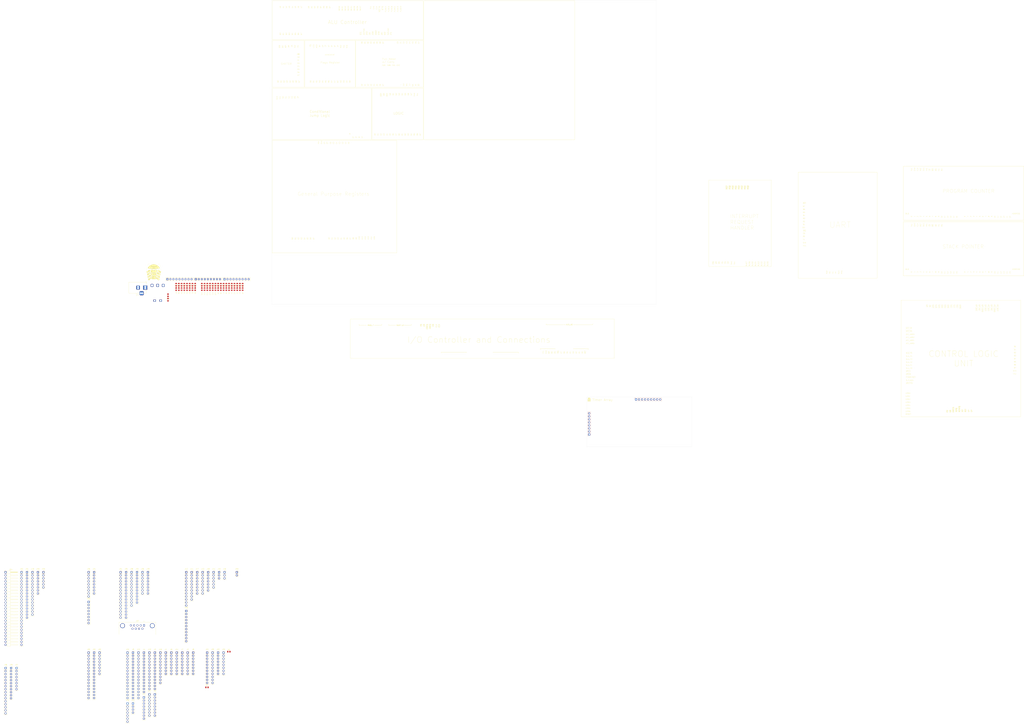
<source format=kicad_pcb>
(kicad_pcb (version 20211014) (generator pcbnew)
  (layers (0 "F.Cu" signal) (31 "B.Cu" signal) (34 "B.Paste" user) (35 "F.Paste" user) (36 "B.SilkS" user "B.Silkscreen") (37 "F.SilkS" user "F.Silkscreen") (38 "B.Mask" user) (39 "F.Mask" user) (44 "Edge.Cuts" user))
  (net 0 "")
  (net 1 "VCC")
  (net 2 "GND")
  (net 3 "/ALU/ZF")
  (net 4 "/ALU/OF")
  (net 5 "/ALU/SF")
  (net 6 "/ALU/CF")
  (net 7 "/ALU/~{LATCH_FLAGS}")
  (net 8 "/ALU/ALU_FUNC_3")
  (net 9 "/ALU/ALU_FUNC_2")
  (net 10 "/ALU/ALU_FUNC_1")
  (net 11 "ACO")
  (net 12 "/ALU/ALU_FUNC_0")
  (net 13 "/ALU/ALU_FUNC_5")
  (net 14 "/ALU/ALU_FUNC_4")
  (net 15 "/ALU/~{LATCH_B}")
  (net 16 "/ALU/~{LATCH_A}")
  (net 17 "/ALU/~{JCC_LD_PC_COND}")
  (net 18 "/ALU/~{JCC_EN}")
  (net 19 "/ALU/JCC_ADR3")
  (net 20 "/ALU/JCC_ADR2")
  (net 21 "/ALU/JCC_ADR1")
  (net 22 "/ALU/JCC_ADR0")
  (net 23 "/BUS0")
  (net 24 "/BUS1")
  (net 25 "/BUS2")
  (net 26 "/BUS3")
  (net 27 "/ALU/ALU_B7")
  (net 28 "/ALU/ALU_A7")
  (net 29 "/ALU/ALU_Q7")
  (net 30 "/ALU/ALU_Q6")
  (net 31 "/BUS4")
  (net 32 "~{SHIFTER_SHR}")
  (net 33 "~{SHIFTER_SHL}")
  (net 34 "~{SHIFTER_ROT}")
  (net 35 "~{SHIFTER_ARI}")
  (net 36 "SHIFTER_CO")
  (net 37 "/BUS5")
  (net 38 "/BUS6")
  (net 39 "/BUS7")
  (net 40 "/ALU/ALU_Q0")
  (net 41 "/ALU/ALU_Q1")
  (net 42 "/ALU/ALU_Q2")
  (net 43 "/ALU/ALU_Q3")
  (net 44 "/ALU/ALU_Q4")
  (net 45 "/ALU/ALU_Q5")
  (net 46 "ADC_SBB")
  (net 47 "~{AND}")
  (net 48 "~{OR}")
  (net 49 "~{XOR}")
  (net 50 "ADDER_OUT")
  (net 51 "OP_MUX_SELECT")
  (net 52 "TWOS_COMP")
  (net 53 "BUS0")
  (net 54 "BUS1")
  (net 55 "BUS2")
  (net 56 "BUS3")
  (net 57 "BUS4")
  (net 58 "BUS5")
  (net 59 "BUS6")
  (net 60 "BUS7")
  (net 61 "/ALU/ALU_B0")
  (net 62 "/ALU/ALU_B1")
  (net 63 "/ALU/ALU_B2")
  (net 64 "/ALU/ALU_B3")
  (net 65 "/ALU/ALU_B4")
  (net 66 "/ALU/ALU_B5")
  (net 67 "/ALU/ALU_B6")
  (net 68 "/ALU/ALU_A6")
  (net 69 "/ALU/ALU_A5")
  (net 70 "/ALU/ALU_A0")
  (net 71 "/ALU/ALU_A1")
  (net 72 "/ALU/ALU_A2")
  (net 73 "/ALU/ALU_A3")
  (net 74 "/ALU/ALU_A4")
  (net 75 "/ADDR0")
  (net 76 "/ADDR1")
  (net 77 "/ADDR2")
  (net 78 "/ADDR3")
  (net 79 "/ADDR4")
  (net 80 "/ADDR5")
  (net 81 "/ADDR6")
  (net 82 "/ADDR7")
  (net 83 "/ADDR8")
  (net 84 "/ADDR9")
  (net 85 "/ADDR10")
  (net 86 "/Stack Pointer/PC_UNDERFLOW")
  (net 87 "ADDR0")
  (net 88 "ADDR1")
  (net 89 "ADDR2")
  (net 90 "ADDR3")
  (net 91 "ADDR4")
  (net 92 "ADDR5")
  (net 93 "ADDR6")
  (net 94 "ADDR7")
  (net 95 "ADDR8")
  (net 96 "ADDR9")
  (net 97 "ADDR10")
  (net 98 "ADDR11")
  (net 99 "ADDR12")
  (net 100 "ADDR13")
  (net 101 "ADDR14")
  (net 102 "ADDR15")
  (net 103 "/Stack Pointer/PC_OVERFLOW")
  (net 104 "/Stack Pointer/~{PC_ADDR_OUT}")
  (net 105 "/Control Unit/~{PC_BUS_OUT}")
  (net 106 "/Control Unit/~{PC_LOAD}")
  (net 107 "/Control Unit/~{SP_INC}")
  (net 108 "/Control Unit/~{SP_DEC}")
  (net 109 "/GPR/~{GPR7}")
  (net 110 "/ALU/CLOCK")
  (net 111 "/Stack Pointer/SP_UNDERFLOW")
  (net 112 "/Stack Pointer/SP_OVERFLOW")
  (net 113 "/Stack Pointer/~{SP_ADDR_OUT}")
  (net 114 "/Control Unit/~{SP_BUS_OUT}")
  (net 115 "/Control Unit/~{SP_LOAD}")
  (net 116 "/Control Unit/~{PC_INC}")
  (net 117 "/Control Unit/~{PC_DEC}")
  (net 118 "/Control Unit/~{LATCH_MAR}")
  (net 119 "/Control Unit/~{LATCH_DATA_SEGMENT}")
  (net 120 "/Control Unit/~{LATCH_CODE_SEGMENT}")
  (net 121 "/Control Unit/~{LATCH_STACK_SEGMENT}")
  (net 122 "/ADDR15")
  (net 123 "/ADDR14")
  (net 124 "/ADDR13")
  (net 125 "/ADDR12")
  (net 126 "/ADDR11")
  (net 127 "/Control Unit/GPR0")
  (net 128 "/Control Unit/GPR1")
  (net 129 "/Control Unit/GPR2")
  (net 130 "/Control Unit/GPR3")
  (net 131 "/Control Unit/GPR4")
  (net 132 "/Control Unit/GPR5")
  (net 133 "/Control Unit/GPR6")
  (net 134 "/Control Unit/~{CPU_INTERRUPT}")
  (net 135 "/Control Unit/~{WRITE}")
  (net 136 "/Control Unit/~{READ}")
  (net 137 "/Control Unit/~{IRQ_MASK_PORT_EN}")
  (net 138 "/~{IRQ0}")
  (net 139 "/Control Unit/~{CLOCK}")
  (net 140 "/Control Unit/~{RESET}")
  (net 141 "/Control Unit/~{IO_REQUEST}")
  (net 142 "/ALU/RESTORE_FLAGS")
  (net 143 "~{IRQ7}")
  (net 144 "~{IRQ6}")
  (net 145 "~{IRQ5}")
  (net 146 "~{IRQ4}")
  (net 147 "~{IRQ3}")
  (net 148 "~{IRQ2}")
  (net 149 "~{IRQ1}")
  (net 150 "/ALU/~{FLAGS_OUT}")
  (net 151 "/Control Unit/~{DATA_SEGMENT_OUT}")
  (net 152 "/Control Unit/~{CODE_SEGMENT_OUT}")
  (net 153 "/Control Unit/~{STACK_SEGMENT_OUT}")
  (net 154 "/Control Unit/~{USE_DATA_SEGMENT}")
  (net 155 "/Control Unit/~{USE_CODE_SEGMENT}")
  (net 156 "/Control Unit/~{USE_STACK_SEGMENT}")
  (net 157 "/Control Unit/~{MEM_READ}")
  (net 158 "/Control Unit/~{MEM_WRITE}")
  (net 159 "/IO Control/~{IRQ0}")
  (net 162 "Net-(D1-Pad1)")
  (net 165 "Net-(D2-Pad1)")
  (net 166 "Net-(D3-Pad1)")
  (net 167 "Net-(D4-Pad1)")
  (net 168 "Net-(D5-Pad1)")
  (net 169 "Net-(D6-Pad1)")
  (net 170 "Net-(D7-Pad1)")
  (net 171 "Net-(D8-Pad1)")
  (net 172 "Net-(D9-Pad1)")
  (net 173 "Net-(D10-Pad1)")
  (net 174 "Net-(D11-Pad1)")
  (net 175 "Net-(D12-Pad1)")
  (net 176 "Net-(D13-Pad1)")
  (net 177 "Net-(D14-Pad1)")
  (net 178 "Net-(D15-Pad1)")
  (net 179 "Net-(D16-Pad1)")
  (net 180 "Net-(D17-Pad1)")
  (net 181 "Net-(D18-Pad1)")
  (net 182 "Net-(D19-Pad1)")
  (net 183 "Net-(D20-Pad1)")
  (net 184 "Net-(D21-Pad1)")
  (net 185 "Net-(D22-Pad1)")
  (net 186 "Net-(D23-Pad1)")
  (net 187 "Net-(D24-Pad1)")
  (net 188 "Net-(D25-Pad1)")
  (net 196 "/uart/~{IRQ0}")
  (net 197 "/IO Control/~{UART_EN}")
  (net 203 "~{PORT5_EN}")
  (net 204 "~{PORT6_EN}")
  (net 205 "~{PORT7_EN}")
  (net 206 "~{PORT8_EN}")
  (net 207 "~{PORT9_EN}")
  (net 208 "~{PORT10_EN}")
  (net 210 "Net-(J55-Pad1)")
  (net 211 "SER_RTS")
  (net 212 "SER_RX")
  (net 213 "SER_TX")
  (net 214 "SER_CTS")
  (footprint "Resistor_SMD:R_0805_2012Metric" (layer "F.Cu") (at 142.987 388.874 -90)
    (fp_text reference "R20" hide)
    (fp_text value "R_US" hide)
  )
  (footprint "LED_SMD:LED_0805_2012Metric" (layer "F.Cu") (at 136.144 397.764 -90)
    (fp_text reference "D23" hide)
    (fp_text value "LED" hide)
  )
  (footprint "Resistor_SMD:R_0805_2012Metric" (layer "F.Cu") (at 187.31 693.646)
    (fp_text reference "R2")
    (fp_text value "R_US")
  )
  (footprint "Resistor_THT:R_Array_SIP9" (layer "F.Cu") (at 183.627 380.492)
    (fp_text reference "RN2" hide)
    (fp_text value "R_Network08")
  )
  (footprint "Stephenv6:trilobyte-logo-tiny" (layer "F.Cu") (at 490.22 475.872558)
    (fp_text reference "REF**" hide)
    (fp_text value "trilobyte-logo-tiny" hide)
  )
  (footprint "LED_SMD:LED_0805_2012Metric" (layer "F.Cu") (at 166.878 385.064 90)
    (fp_text reference "D2" hide)
    (fp_text value "LED" hide)
  )
  (footprint "Resistor_SMD:R_0805_2012Metric" (layer "F.Cu") (at 192.024 388.874 -90)
    (fp_text reference "R16" hide)
    (fp_text value "R_US" hide)
  )
  (footprint "Connector_PinSocket_2.54mm:PinSocket_1x11_P2.54mm_Vertical" (layer "F.Cu") (at 4.18 707.416)
    (fp_text reference "J29")
    (fp_text value "Conn_01x11")
  )
  (footprint "Connector_PinSocket_2.54mm:PinSocket_1x08_P2.54mm_Vertical" (layer "F.Cu") (at 78.6 694.496)
    (fp_text reference "J32")
    (fp_text value "Conn_01x08")
  )
  (footprint "Connector_PinSocket_2.54mm:PinSocket_1x15_P2.54mm_Vertical" (layer "F.Cu") (at 22.18 626.896)
    (fp_text reference "J49")
    (fp_text value "Conn_01x15")
  )
  (footprint "Connector_Dsub:DSUB-9_Female_Horizontal_P2.77x2.84mm_EdgePinOffset4.94mm_Housed_MountingHolesOffset7.48mm" (layer "F.Cu") (at 115.98 671.535338)
    (fp_text reference "J37")
    (fp_text value "Conn_01x09")
  )
  (footprint "LED_SMD:LED_0805_2012Metric" (layer "F.Cu") (at 147.544 385.064 90)
    (fp_text reference "D19" hide)
    (fp_text value "LED" hide)
  )
  (footprint "Connector_PinSocket_2.54mm:PinSocket_1x13_P2.54mm_Vertical" (layer "F.Cu") (at 120.5 694.496)
    (fp_text reference "J10")
    (fp_text value "Conn_01x13")
  )
  (footprint "Connector_PinSocket_2.54mm:PinSocket_1x16_P2.54mm_Vertical" (layer "F.Cu") (at 102.1 694.496)
    (fp_text reference "J15")
    (fp_text value "Conn_01x16")
  )
  (footprint "Connector_PinSocket_2.54mm:PinSocket_1x08_P2.54mm_Vertical" (layer "F.Cu") (at 134.3 694.496)
    (fp_text reference "J1")
    (fp_text value "Conn_01x08")
  )
  (footprint "Connector_PinSocket_2.54mm:PinSocket_1x12_P2.54mm_Vertical" (layer "F.Cu") (at 105.48 626.896)
    (fp_text reference "J38")
    (fp_text value "Conn_01x12")
  )
  (footprint "Resistor_SMD:R_0805_2012Metric" (layer "F.Cu") (at 185.166 388.874 -90)
    (fp_text reference "R13" hide)
    (fp_text value "R_US" hide)
  )
  (footprint "LED_SMD:LED_0805_2012Metric" (layer "F.Cu") (at 192.024 385.064 90)
    (fp_text reference "D13" hide)
    (fp_text value "LED" hide)
  )
  (footprint "Connector_PinSocket_2.54mm:PinSocket_1x13_P2.54mm_Vertical" (layer "F.Cu") (at 125.1 694.496)
    (fp_text reference "J3")
    (fp_text value "Conn_01x13")
  )
  (footprint "LED_SMD:LED_0805_2012Metric" (layer "F.Cu") (at 178.308 385.064 90)
    (fp_text reference "D7" hide)
    (fp_text value "LED" hide)
  )
  (footprint "Connector_PinSocket_2.54mm:PinSocket_1x16_P2.54mm_Vertical" (layer "F.Cu") (at -0.42 707.416)
    (fp_text reference "J28")
    (fp_text value "Conn_01x16")
  )
  (footprint "Connector_PinSocket_2.54mm:PinSocket_1x16_P2.54mm_Vertical" (layer "F.Cu") (at 96.28 626.896)
    (fp_text reference "J34")
    (fp_text value "Conn_01x16")
  )
  (footprint "Connector_PinSocket_2.54mm:PinSocket_1x06_P2.54mm_Vertical" (layer "F.Cu") (at 174.47 626.896)
    (fp_text reference "J41")
    (fp_text value "Conn_01x06")
  )
  (footprint "Resistor_SMD:R_0805_2012Metric" (layer "F.Cu") (at 187.452 388.874 -90)
    (fp_text reference "R14" hide)
    (fp_text value "R_US" hide)
  )
  (footprint "Resistor_SMD:R_0805_2012Metric" (layer "F.Cu") (at 196.596 388.874 -90)
    (fp_text reference "R18" hide)
    (fp_text value "R_US" hide)
  )
  (footprint "LED_SMD:LED_0805_2012Metric" (layer "F.Cu") (at 187.452 385.064 90)
    (fp_text reference "D11" hide)
    (fp_text value "LED" hide)
  )
  (footprint "Connector_PinHeader_2.54mm:PinHeader_1x25_P2.54mm_Horizontal" (layer "F.Cu") (at -0.42 626.896)
    (fp_text reference "J54")
    (fp_text value "Conn_01x25")
  )
  (footprint "LED_SMD:LED_0805_2012Metric" (layer "F.Cu") (at 171.45 385.064 90)
    (fp_text reference "D4" hide)
    (fp_text value "LED" hide)
  )
  (footprint "Connector_PinSocket_2.54mm:PinSocket_1x14_P2.54mm_Vertical" (layer "F.Cu") (at 115.9 694.496)
    (fp_text reference "J4")
    (fp_text value "Conn_01x14")
  )
  (footprint "LED_SMD:LED_0805_2012Metric" (layer "F.Cu") (at 154.402 385.064 90)
    (fp_text reference "D22" hide)
    (fp_text value "LED" hide)
  )
  (footprint "Resistor_SMD:R_0805_2012Metric" (layer "F.Cu") (at 182.88 388.874 -90)
    (fp_text reference "R12" hide)
    (fp_text value "R_US" hide)
  )
  (footprint "Connector_PinSocket_2.54mm:PinSocket_1x07_P2.54mm_Vertical" (layer "F.Cu") (at 169.87 626.896)
    (fp_text reference "J48")
    (fp_text value "Conn_01x07")
  )
  (footprint "Resistor_SMD:R_0805_2012Metric" (layer "F.Cu") (at 178.308 388.874 -90)
    (fp_text reference "R10" hide)
    (fp_text value "R_US" hide)
  )
  (footprint "LED_SMD:LED_0805_2012Metric" (layer "F.Cu") (at 152.116 385.064 90)
    (fp_text reference "D21" hide)
    (fp_text value "LED" hide)
  )
  (footprint "Connector_PinSocket_2.54mm:PinSocket_1x08_P2.54mm_Vertical" (layer "F.Cu") (at 182.83 694.496)
    (fp_text reference "J23")
    (fp_text value "Conn_01x08")
  )
  (footprint "Resistor_SMD:R_0805_2012Metric" (layer "F.Cu") (at 158.989 388.874 -90)
    (fp_text reference "R27" hide)
    (fp_text value "R_US" hide)
  )
  (footprint "LED_SMD:LED_0805_2012Metric" (layer "F.Cu") (at 149.83 385.064 90)
    (fp_text reference "D20" hide)
    (fp_text value "LED" hide)
  )
  (footprint "LED_SMD:LED_0805_2012Metric" (layer "F.Cu") (at 164.577 385.064 90)
    (fp_text reference "D1" hide)
    (fp_text value "LED")
  )
  (footprint "Connector_PinSocket_2.54mm:PinSocket_1x11_P2.54mm_Vertical" (layer "F.Cu") (at 173.63 694.496)
    (fp_text reference "J20")
    (fp_text value "Conn_01x12")
  )
  (footprint "LED_SMD:LED_0805_2012Metric" (layer "F.Cu") (at 194.31 385.064 90)
    (fp_text reference "D14" hide)
    (fp_text value "LED" hide)
  )
  (footprint "Connector_PinSocket_2.54mm:PinSocket_1x06_P2.54mm_Vertical" (layer "F.Cu") (at 31.38 626.896)
    (fp_text reference "J53")
    (fp_text value "Conn_01x06")
  )
  (footprint "Connector_PinSocket_2.54mm:PinSocket_1x16_P2.54mm_Vertical" (layer "F.Cu") (at 17.58 626.896)
    (fp_text reference "J51")
    (fp_text value "Conn_01x16")
  )
  (footprint "Connector_PinSocket_2.54mm:PinSocket_1x16_P2.54mm_Vertical" (layer "F.Cu") (at 106.7 694.496)
    (fp_text reference "J9")
    (fp_text value "Conn_01x16")
  )
  (footprint "LED_SMD:LED_0805_2012Metric" (layer "F.Cu") (at 142.972 385.064 90)
    (fp_text reference "D17" hide)
    (fp_text value "LED" hide)
  )
  (footprint "LED_SMD:LED_0805_2012Metric" (layer "F.Cu") (at 145.258 385.064 90)
    (fp_text reference "D18" hide)
    (fp_text value "LED" hide)
  )
  (footprint "Resistor_THT:R_Array_SIP9" (layer "F.Cu") (at 159.512 380.492)
    (fp_text reference "RN'" hide)
    (fp_text value "R_Network08")
  )
  (footprint "Connector_PinSocket_2.54mm:PinSocket_1x08_P2.54mm_Vertical" (layer "F.Cu") (at 160.67 626.896)
    (fp_text reference "J47")
    (fp_text value "Conn_01x08")
  )
  (footprint "Connector_PinSocket_2.54mm:PinSocket_1x11_P2.54mm_Vertical" (layer "F.Cu") (at 169.03 694.496)
    (fp_text reference "J21")
    (fp_text value "Conn_01x11")
  )
  (footprint "Resistor_SMD:R_0805_2012Metric" (layer "F.Cu") (at 169.164 388.874 -90)
    (fp_text reference "R6" hide)
    (fp_text value "R_US" hide)
  )
  (footprint "LED_SMD:LED_0805_2012Metric" (layer "F.Cu") (at 158.989 385.064 90)
    (fp_text reference "D25" hide)
    (fp_text value "LED" hide)
  )
  (footprint "Connector_PinSocket_2.54mm:PinSocket_1x08_P2.54mm_Vertical" (layer "F.Cu") (at 119.28 626.896)
    (fp_text reference "J39")
    (fp_text value "Conn_01x08")
  )
  (footprint "Connector_PinSocket_2.54mm:PinSocket_1x11_P2.54mm_Vertical" (layer "F.Cu") (at 129.7 694.496)
    (fp_text reference "J16")
    (fp_text value "Conn_01x11")
  )
  (footprint "Connector_PinSocket_2.54mm:PinSocket_1x11_P2.54mm_Vertical" (layer "F.Cu") (at 151.47 659.446)
    (fp_text reference "J40")
    (fp_text value "Conn_01x11")
  )
  (footprint "Connector_PinSocket_2.54mm:PinSocket_1x08_P2.54mm_Vertical" (layer "F.Cu") (at 143.5 694.496)
    (fp_text reference "J14")
    (fp_text value "Conn_01x08")
  )
  (footprint "Stephenv6:100SP1T1B4M6RE" (layer "F.Cu") (at 127.239 394.898)
    (fp_text reference "SW1" hide)
    (fp_text value "SW_DPDT_x2")
  )
  (footprint "Connector_PinSocket_2.54mm:PinSocket_1x08_P2.54mm_Vertical" (layer "F.Cu") (at 125.1 729.596)
    (fp_text reference "J5")
    (fp_text value "Conn_01x08")
  )
  (footprint "LED_SMD:LED_0805_2012Metric" (layer "F.Cu") (at 176.022 385.064 90)
    (fp_text reference "D6" hide)
    (fp_text value "LED" hide)
  )
  (footprint "Connector_PinSocket_2.54mm:PinSocket_1x04_P2.54mm_Vertical" (layer "F.Cu") (at 106.7 737.246)
    (fp_text reference "J12")
    (fp_text value "Conn_01x04")
  )
  (footprint "Connector_PinSocket_2.54mm:PinSocket_1x08_P2.54mm_Vertical" (layer "F.Cu") (at 138.9 694.496)
    (fp_text reference "J6")
    (fp_text value "Conn_01x08")
  )
  (footprint "Resistor_SMD:R_0805_2012Metric" (layer "F.Cu") (at 194.31 388.874 -90)
    (fp_text reference "R17" hide)
    (fp_text value "R_US" hide)
  )
  (footprint "Connector_PinSocket_2.54mm:PinSocket_1x08_P2.54mm_Vertical" (layer "F.Cu") (at 120.5 729.596)
    (fp_text reference "J17")
    (fp_text value "Conn_01x08")
  )
  (footprint "Connector_PinSocket_2.54mm:PinSocket_1x10_P2.54mm_Vertical" (layer "F.Cu") (at 156.07 626.896)
    (fp_text reference "J44")
    (fp_text value "Conn_01x10")
  )
  (footprint "Connector_PinSocket_2.54mm:PinSocket_1x08_P2.54mm_Vertical" (layer "F.Cu") (at 26.78 626.896)
    (fp_text reference "J50")
    (fp_text value "Conn_01x08")
  )
  (footprint "Connector_PinSocket_2.54mm:PinSocket_1x09_P2.54mm_Vertical" (layer "F.Cu") (at 69.4 626.896)
    (fp_text reference "J26")
    (fp_text value "Conn_01x09")
  )
  (footprint "Resistor_SMD:R_0805_2012Metric" (layer "F.Cu") (at 156.703 388.874 -90)
    (fp_text reference "R26" hide)
    (fp_text value "R_US" hide)
  )
  (footprint "Connector_PinSocket_2.54mm:PinSocket_1x08_P2.54mm_Vertical" (layer "F.Cu") (at 115.9 732.146)
    (fp_text reference "J11")
    (fp_text value "Conn_01x08")
  )
  (footprint "Connector_PinSocket_2.54mm:PinSocket_1x25_P2.54mm_Vertical" (layer "F.Cu") (at 12.98 626.896)
    (fp_text reference "J52")
    (fp_text value "Conn_01x25")
  )
  (footprint "Connector_PinSocket_2.54mm:PinSocket_1x08_P2.54mm_Vertical" (layer "F.Cu") (at 157.3 694.496)
    (fp_text reference "J8")
    (fp_text value "Conn_01x08")
  )
  (footprint "Resistor_SMD:R_0805_2012Metric" (layer "F.Cu") (at 180.594 388.874 -90)
    (fp_text reference "R11" hide)
    (fp_text value "R_US" hide)
  )
  (footprint "Stephenv6:trilobyte-logo" (layer "F.Cu") (at 124.18532 363.56728)
    (fp_text reference "REF**" hide)
    (fp_text value "trilobyte-logo")
  )
  (footprint "LED_SMD:LED_0805_2012Metric" (layer "F.Cu") (at 173.736 385.064 90)
    (fp_text reference "D5" hide)
    (fp_text value "LED" hide)
  )
  (footprint "Connector_PinSocket_2.54mm:PinSocket_1x03_P2.54mm_Vertical" (layer "F.Cu") (at 179.07 626.896)
    (fp_text reference "J45")
    (fp_text value "Conn_01x03")
  )
  (footprint "Resistor_SMD:R_0805_2012Metric" (layer "F.Cu") (at 171.45 388.874 -90)
    (fp_text reference "R7" hide)
    (fp_text value "R_US" hide)
  )
  (footprint "Connector_BarrelJack:BarrelJack_Horizontal" (layer "F.Cu") (at 116.983 387.5905)
    (fp_text reference "J18" hide)
    (fp_text value "Barrel_Jack_MountingPin")
  )
  (footprint "LED_SMD:LED_0805_2012Metric" (layer "F.Cu") (at 169.164 385.064 90)
    (fp_text reference "D3" hide)
    (fp_text value "LED" hide)
  )
  (footprint "Connector_PinSocket_2.54mm:PinSocket_1x11_P2.54mm_Vertical" (layer "F.Cu") (at 110.08 626.896)
    (fp_text reference "J33")
    (fp_text value "Conn_01x11")
  )
  (footprint "Resistor_SMD:R_0805_2012Metric" (layer "F.Cu") (at 164.592 388.874 -90)
    (fp_text reference "R4" hide)
    (fp_text value "R_US" hide)
  )
  (footprint "Resistor_SMD:R_0805_2012Metric" (layer "F.Cu") (at 189.738 388.874 -90)
    (fp_text reference "R15" hide)
    (fp_text value "R_US" hide)
  )
  (footprint "Connector_PinSocket_2.54mm:PinSocket_1x12_P2.54mm_Vertical" (layer "F.Cu") (at 151.47 626.896)
    (fp_text reference "J42")
    (fp_text value "Conn_01x12")
  )
  (footprint "LED_SMD:LED_0805_2012Metric" (layer "F.Cu") (at 198.882 385.064 90)
    (fp_text reference "D16" hide)
    (fp_text value "LED" hide)
  )
  (footprint "Connector_PinSocket_2.54mm:PinSocket_1x08_P2.54mm_Vertical" (layer "F.Cu") (at 152.7 694.496)
    (fp_text reference "J2")
    (fp_text value "Conn_01x08")
  )
  (footprint "LED_SMD:LED_0805_2012Metric" (layer "F.Cu") (at 189.738 385.064 90)
    (fp_text reference "D12" hide)
    (fp_text value "LED" hide)
  )
  (footprint "Resistor_SMD:R_0805_2012Metric" (layer "F.Cu") (at 136.144 393.966 90)
    (fp_text reference "R3" hide)
    (fp_text value "R_US")
  )
  (footprint "Resistor_SMD:R_0805_2012Metric" (layer "F.Cu") (at 168.91 723.646)
    (fp_text reference "R1")
    (fp_text value "R_US")
  )
  (footprint "Resistor_SMD:R_0805_2012Metric" (layer "F.Cu") (at 154.417 388.874 -90)
    (fp_text reference "R25" hide)
    (fp_text value "R_US" hide)
  )
  (footprint "Connector_PinSocket_2.54mm:PinSocket_1x07_P2.54mm_Vertical" (layer "F.Cu") (at 102.1 737.246)
    (fp_text reference "J19")
    (fp_text value "Conn_01x07")
  )
  (footprint "LED_SMD:LED_0805_2012Metric" (layer "F.Cu") (at 185.166 385.064 90)
    (fp_text reference "D10" hide)
    (fp_text value "LED" hide)
  )
  (footprint "Resistor_SMD:R_0805_2012Metric" (layer "F.Cu") (at 147.559 388.874 -90)
    (fp_text reference "R22" hide)
    (fp_text value "R_US" hide)
  )
  (footprint "Resistor_SMD:R_0805_2012Metric" (layer "F.Cu") (at 173.736 388.874 -90)
    (fp_text reference "R8" hide)
    (fp_text value "R_US" hide)
  )
  (footprint "Connector_PinSocket_2.54mm:PinSocket_1x08_P2.54mm_Vertical" (layer "F.Cu") (at 8.78 707.416)
    (fp_text reference "J27")
    (fp_text value "Conn_01x08")
  )
  (footprint "Connector_PinSocket_2.54mm:PinSocket_1x16_P2.54mm_Vertical" (layer "F.Cu") (at 74 694.496)
    (fp_text reference "J31")
    (fp_text value "Conn_01x16")
  )
  (footprint "Resistor_SMD:R_0805_2012Metric" (layer "F.Cu") (at 198.882 388.874 -90)
    (fp_text reference "R19" hide)
    (fp_text value "R_US" hide)
  )
  (footprint "LED_SMD:LED_0805_2012Metric" (layer "F.Cu") (at 182.88 385.064 90)
    (fp_text reference "D9" hide)
    (fp_text value "LED" hide)
  )
  (footprint "Connector_PinSocket_2.54mm:PinSocket_1x08_P2.54mm_Vertical" (layer "F.Cu") (at 114.68 626.896)
    (fp_text reference "J36")
    (fp_text value "Conn_01x08")
  )
  (footprint "Resistor_SMD:R_0805_2012Metric" (layer "F.Cu") (at 176.022 388.874 -90)
    (fp_text reference "R9" hide)
    (fp_text value "R_US" hide)
  )
  (footprint "LED_SMD:LED_0805_2012Metric" (layer "F.Cu") (at 196.596 385.064 90)
    (fp_text reference "D15" hide)
    (fp_text value "LED" hide)
  )
  (footprint "Connector_PinSocket_2.54mm:PinSocket_1x02_P2.54mm_Vertical" (layer "F.Cu") (at 194.02 626.896)
    (fp_text reference "J55")
    (fp_text value "Conn_01x02")
  )
  (footprint "Resistor_SMD:R_0805_2012Metric" (layer "F.Cu") (at 152.131 388.874 -90)
    (fp_text reference "R24" hide)
    (fp_text value "R_US" hide)
  )
  (footprint "Resistor_SMD:R_0805_2012Metric" (layer "F.Cu") (at 145.273 388.874 -90)
    (fp_text reference "R21" hide)
    (fp_text value "R_US" hide)
  )
  (footprint "Connector_PinSocket_2.54mm:PinSocket_1x08_P2.54mm_Vertical" (layer "F.Cu") (at 165.27 626.896)
    (fp_text reference "J43")
    (fp_text value "Conn_01x08")
  )
  (footprint "Resistor_SMD:R_0805_2012Metric" (layer "F.Cu") (at 149.845 388.874 -90)
    (fp_text reference "R23" hide)
    (fp_text value "R_US" hide)
  )
  (footprint "Connector_PinSocket_2.54mm:PinSocket_1x08_P2.54mm_Vertical" (layer "F.Cu") (at 74 626.896)
    (fp_text reference "J24")
    (fp_text value "Conn_01x08")
  )
  (footprint "Connector_PinSocket_2.54mm:PinSocket_1x16_P2.54mm_Vertical" (layer "F.Cu") (at 69.4 694.496)
    (fp_text reference "J30")
    (fp_text value "Conn_01x16")
  )
  (footprint "Connector_PinSocket_2.54mm:PinSocket_1x16_P2.54mm_Vertical" (layer "F.Cu") (at 100.88 626.896)
    (fp_text reference "J35")
    (fp_text value "Conn_01x16")
  )
  (footprint "Connector_PinSocket_2.54mm:PinSocket_1x08_P2.54mm_Vertical" (layer "F.Cu") (at 148.1 694.496)
    (fp_text reference "J7")
    (fp_text value "Conn_01x08")
  )
  (footprint "Connector_PinSocket_2.54mm:PinSocket_1x08_P2.54mm_Vertical" (layer "F.Cu") (at 178.23 694.496)
    (fp_text reference "J22")
    (fp_text value "Conn_01x08")
  )
  (footprint "LED_SMD:LED_0805_2012Metric" (layer "F.Cu") (at 180.594 385.064 90)
    (fp_text reference "D8" hide)
    (fp_text value "LED" hide)
  )
  (footprint "Resistor_SMD:R_0805_2012Metric" (layer "F.Cu") (at 166.878 388.874 -90)
    (fp_text reference "R5" hide)
    (fp_text value "R_US" hide)
  )
  (footprint "Connector_PinSocket_2.54mm:PinSocket_1x16_P2.54mm_Vertical" (layer "F.Cu") (at 111.3 694.496)
    (fp_text reference "J13")
    (fp_text value "Conn_01x16")
  )
  (footprint "Resistor_THT:R_Array_SIP9" (layer "F.Cu") (at 135.621 380.492)
    (fp_text reference "RN3" hide)
    (fp_text value "R_Network08")
  )
  (footprint "Connector_PinSocket_2.54mm:PinSocket_1x03_P2.54mm_Vertical" (layer "F.Cu") (at 183.67 626.896)
    (fp_text reference "J46")
    (fp_text value "Conn_01x03")
  )
  (footprint "Connector_PinSocket_2.54mm:PinSocket_1x08_P2.54mm_Vertical" (layer "F.Cu") (at 69.4 651.846)
    (fp_text reference "J25")
    (fp_text value "Conn_01x08")
  )
  (footprint "LED_SMD:LED_0805_2012Metric" (layer "F.Cu") (at 156.703 385.064 90)
    (fp_text reference "D24" hide)
    (fp_text value "LED" hide)
  )
  (footprint "Connector_PinHeader_2.54mm:PinHeader_1x09_P2.54mm_Vertical" (layer "B.Cu") (at 529.6 481.584 -90)
    (fp_text reference "J2" hide)
    (fp_text value "Conn_01x09" hide)
  )
  (footprint "Connector_PinHeader_2.54mm:PinHeader_1x08_P2.54mm_Vertical" (layer "B.Cu") (at 490.23 511.048)
    (fp_text reference "J1" hide)
    (fp_text value "Conn_01x08" hide)
  )
  (gr_line (start 294.132 179.832) (end 350.774 179.832) (layer "F.SilkS") (width 0.12))
  (gr_line (start 293.624 219.202) (end 293.624 179.832) (layer "F.SilkS") (width 0.12))
  (gr_line (start 470.278 418.692) (end 454.022 418.692) (layer "F.SilkS") (width 0.15))
  (gr_line (start 293.624 219.202) (end 250.952 219.202) (layer "F.SilkS") (width 0.12))
  (gr_line (start 296.743 419.227) (end 302.839 419.227) (layer "F.SilkS") (width 0.15))
  (gr_rect (start 223.974 219.964) (end 307.274 263.139) (layer "F.SilkS") (width 0.12) (fill none))
  (gr_line (start 365.831 441.96) (end 387.421 441.96) (layer "F.SilkS") (width 0.15))
  (gr_line (start 461.843 438.912) (end 449.143 438.912) (layer "F.SilkS") (width 0.15))
  (gr_rect (start 752.422 398.056) (end 852.932 496.316) (layer "F.SilkS") (width 0.12) (fill none))
  (gr_line (start 454.022 417.93) (end 454.022 418.692) (layer "F.SilkS") (width 0.15))
  (gr_rect (start 289.532 413.96) (end 511.302 447.04) (layer "F.SilkS") (width 0.12) (fill none))
  (gr_line (start 321.635 419.227) (end 327.731 419.227) (layer "F.SilkS") (width 0.15))
  (gr_line (start 430.855 441.96) (end 430.855 442.722) (layer "F.SilkS") (width 0.15))
  (gr_line (start 250.952 179.832) (end 250.952 219.202) (layer "F.SilkS") (width 0.12))
  (gr_rect (start 223.85 179.838) (end 250.5 219.238) (layer "F.SilkS") (width 0.12) (fill none))
  (gr_line (start 489.529 438.912) (end 476.829 438.912) (layer "F.SilkS") (width 0.15))
  (gr_line (start 293.624 179.832) (end 250.952 179.832) (layer "F.SilkS") (width 0.12))
  (gr_rect (start 855.726 332.223) (end 754.376 377.698) (layer "F.SilkS") (width 0.15) (fill none))
  (gr_rect (start 665.952 290.51) (end 732.282 379.73) (layer "F.SilkS") (width 0.12) (fill none))
  (gr_line (start 296.743 419.227) (end 296.743 418.465) (layer "F.SilkS") (width 0.15))
  (gr_line (start 315.793 419.1) (end 309.697 419.1) (layer "F.SilkS") (width 0.15))
  (gr_line (start 321.635 419.227) (end 321.635 418.465) (layer "F.SilkS") (width 0.15))
  (gr_line (start 294.132 219.202) (end 350.774 219.202) (layer "F.SilkS") (width 0.12))
  (gr_rect (start 328.424 358.438) (end 223.654 263.768) (layer "F.SilkS") (width 0.12) (fill none))
  (gr_line (start 493.138 418.692) (end 493.138 417.93) (layer "F.SilkS") (width 0.15))
  (gr_rect (start 590.802 297.144) (end 643.382 369.824) (layer "F.SilkS") (width 0.12) (fill none))
  (gr_rect (start 307.624 219.964) (end 350.774 263.189) (layer "F.SilkS") (width 0.12) (fill none))
  (gr_line (start 294.132 219.202) (end 294.132 179.832) (layer "F.SilkS") (width 0.12))
  (gr_line (start 350.774 179.832) (end 350.774 219.202) (layer "F.SilkS") (width 0.12))
  (gr_line (start 476.882 418.692) (end 493.138 418.692) (layer "F.SilkS") (width 0.15))
  (gr_rect (start 855.727 285.485) (end 754.377 330.96) (layer "F.SilkS") (width 0.15) (fill none))
  (gr_line (start 409.265 441.96) (end 430.855 441.96) (layer "F.SilkS") (width 0.15))
  (gr_rect (start 350.774 146.558) (end 223.824 179.308) (layer "F.SilkS") (width 0.12) (fill none))
  (gr_rect (start 351.282 146.558) (end 478.232 263.189) (layer "F.SilkS") (width 0.12) (fill none))
  (gr_line (start 315.793 418.338) (end 315.793 419.1) (layer "F.SilkS") (width 0.15))
  (gr_line (start 489.529 438.912) (end 489.529 439.674) (layer "F.SilkS") (width 0.15))
  (gr_line (start 340.685 419.1) (end 334.589 419.1) (layer "F.SilkS") (width 0.15))
  (gr_line (start 340.685 418.338) (end 340.685 419.1) (layer "F.SilkS") (width 0.15))
  (gr_line (start 365.831 441.96) (end 365.831 442.722) (layer "F.SilkS") (width 0.15))
  (gr_line (start 449.143 438.912) (end 449.143 439.674) (layer "F.SilkS") (width 0.15))
  (gr_rect (start 488.198 479.552) (end 576.59 521.462) (layer "Edge.Cuts") (width 0.05) (fill none))
  (gr_rect (start 546.556 145.807) (end 223.249 401.584) (layer "Edge.Cuts") (width 0.05) (fill none))
  (gr_text "OF" (at 276.352 183.388 90) (layer "F.SilkS") (effects (font (size 1 1) (thickness 0.1)) (justify right)))
  (gr_text "SF" (at 273.812 183.388 90) (layer "F.SilkS") (effects (font (size 1 1) (thickness 0.1)) (justify right)))
  (gr_text "CF" (at 271.272 183.388 90) (layer "F.SilkS") (effects (font (size 1 1) (thickness 0.1)) (justify right)))
  (gr_text "~{LF}" (at 268.732 183.388 90) (layer "F.SilkS") (effects (font (size 1 1) (thickness 0.1)) (justify right)))
  (gr_text "CP" (at 266.192 183.388 90) (layer "F.SilkS") (effects (font (size 1 1) (thickness 0.1)) (justify right)))
  (gr_text "RF" (at 263.652 183.388 90) (layer "F.SilkS") (effects (font (size 1 1) (thickness 0.1)) (justify right)))
  (gr_text "ACO" (at 261.112 183.134 90) (layer "F.SilkS") (effects (font (size 1 1) (thickness 0.1)) (justify right)))
  (gr_text "LCO" (at 258.572 183.134 90) (layer "F.SilkS") (effects (font (size 1 1) (thickness 0.1)) (justify right)))
  (gr_text "Flags Register" (at 272.542 198.374) (layer "F.SilkS") (effects (font (size 1.5 1.5) (thickness 0.1))))
  (gr_text "R3" (at 263.652 215.392 90) (layer "F.SilkS") (effects (font (size 1 1) (thickness 0.1)) (justify left)))
  (gr_text "R2" (at 261.112 215.392 90) (layer "F.SilkS") (effects (font (size 1 1) (thickness 0.1)) (justify left)))
  (gr_text "R4" (at 266.192 215.392 90) (layer "F.SilkS") (effects (font (size 1 1) (thickness 0.1)) (justify left)))
  (gr_text "R5" (at 268.732 215.392 90) (layer "F.SilkS") (effects (font (size 1 1) (thickness 0.1)) (justify left)))
  (gr_text "R6" (at 271.272 215.392 90) (layer "F.SilkS") (effects (font (size 1 1) (thickness 0.1)) (justify left)))
  (gr_text "A7" (at 276.352 215.392 90) (layer "F.SilkS") (effects (font (size 1 1) (thickness 0.1)) (justify left)))
  (gr_text "B7" (at 278.892 215.392 90) (layer "F.SilkS") (effects (font (size 1 1) (thickness 0.1)) (justify left)))
  (gr_text "R7" (at 273.812 215.392 90) (layer "F.SilkS") (effects (font (size 1 1) (thickness 0.1)) (justify left)))
  (gr_text "D0" (at 289.052 215.392 90) (layer "F.SilkS") (effects (font (size 1 1) (thickness 0.1)) (justify left)))
  (gr_text "D3" (at 281.432 215.392 90) (layer "F.SilkS") (effects (font (size 1 1) (thickness 0.1)) (justify left)))
  (gr_text "D3" (at 283.972 215.392 90) (layer "F.SilkS") (effects (font (size 1 1) (thickness 0.1)) (justify left)))
  (gr_text "D1" (at 286.512 215.392 90) (layer "F.SilkS") (effects (font (size 1 1) (thickness 0.1)) (justify left)))
  (gr_text "R0" (at 256.032 215.392 90) (layer "F.SilkS") (effects (font (size 1 1) (thickness 0.1)) (justify left)))
  (gr_text "R1" (at 258.572 215.392 90) (layer "F.SilkS") (effects (font (size 1 1) (thickness 0.1)) (justify left)))
  (gr_text "ZF" (at 278.892 183.388 90) (layer "F.SilkS") (effects (font (size 1 1) (thickness 0.1)) (justify right)))
  (gr_text "RST" (at 281.432 183.388 90) (layer "F.SilkS") (effects (font (size 1 1) (thickness 0.1)) (justify right)))
  (gr_text "Vcc" (at 283.972 183.388 90) (layer "F.SilkS") (effects (font (size 1 1) (thickness 0.1)) (justify right)))
  (gr_text "Gnd" (at 286.512 183.388 90) (layer "F.SilkS") (effects (font (size 1 1) (thickness 0.1)) (justify right)))
  (gr_text "Σ5" (at 341.884 182.626 90) (layer "F.SilkS") (effects (font (size 1 1) (thickness 0.1)) (justify left)))
  (gr_text "Σ3" (at 336.804 182.626 90) (layer "F.SilkS") (effects (font (size 1 1) (thickness 0.1)) (justify left)))
  (gr_text "Σ6" (at 344.424 182.626 90) (layer "F.SilkS") (effects (font (size 1 1) (thickness 0.1)) (justify left)))
  (gr_text "A2" (at 304.292 218.186 90) (layer "F.SilkS") (effects (font (size 1 1) (thickness 0.1)) (justify left)))
  (gr_text "A0" (at 299.212 218.186 90) (layer "F.SilkS") (effects (font (size 1 1) (thickness 0.1)) (justify left)))
  (gr_text "A1" (at 301.752 218.186 90) (layer "F.SilkS") (effects (font (size 1 1) (thickness 0.1)) (justify left)))
  (gr_text "CO" (at 334.264 218.186 90) (layer "F.SilkS") (effects (font (size 1 1) (thickness 0.1)) (justify left)))
  (gr_text "CI" (at 339.344 217.678 90) (layer "F.SilkS") (effects (font (size 1 1) (thickness 0.1)) (justify left)))
  (gr_text "Σ1" (at 331.724 182.626 90) (layer "F.SilkS") (effects (font (size 1 1) (thickness 0.1)) (justify left)))
  (gr_text "~{OE}" (at 346.964 218.186 90) (layer "F.SilkS") (effects (font (size 1 1) (thickness 0.1)) (justify left)))
  (gr_text "Σ0" (at 329.184 182.626 90) (layer "F.SilkS") (effects (font (size 1 1) (thickness 0.1)) (justify left)))
  (gr_text "WC" (at 341.884 218.44 90) (layer "F.SilkS") (effects (font (size 1 1) (thickness 0.1)) (justify left)))
  (gr_text "-" (at 332.486 217.17 180) (layer "F.SilkS") (effects (font (size 1 1) (thickness 0.1)) (justify left)))
  (gr_text "2C" (at 344.424 218.186 90) (layer "F.SilkS") (effects (font (size 1 1) (thickness 0.1)) (justify left)))
  (gr_text "A5" (at 311.912 218.186 90) (layer "F.SilkS") (effects (font (size 1 1) (thickness 0.1)) (justify left)))
  (gr_text "A7" (at 316.992 218.186 90) (layer "F.SilkS") (effects (font (size 1 1) (thickness 0.1)) (justify left)))
  (gr_text "A6" (at 314.452 218.186 90) (layer "F.SilkS") (effects (font (size 1 1) (thickness 0.1)) (justify left)))
  (gr_text "OS" (at 336.804 218.186 90) (layer "F.SilkS") (effects (font (size 1 1) (thickness 0.1)) (justify left)))
  (gr_text "A4" (at 309.372 218.186 90) (layer "F.SilkS") (effects (font (size 1 1) (thickness 0.1)) (justify left)))
  (gr_text "A3" (at 306.832 218.186 90) (layer "F.SilkS") (effects (font (size 1 1) (thickness 0.1)) (justify left)))
  (gr_text "B0" (at 299.212 182.538 90) (layer "F.SilkS") (effects (font (size 1 1) (thickness 0.1)) (justify left)))
  (gr_text "B1" (at 301.752 182.538 90) (layer "F.SilkS") (effects (font (size 1 1) (thickness 0.1)) (justify left)))
  (gr_text "B2" (at 304.292 182.538 90) (layer "F.SilkS") (effects (font (size 1 1) (thickness 0.1)) (justify left)))
  (gr_text "B3" (at 306.832 182.538 90) (layer "F.SilkS") (effects (font (size 1 1) (thickness 0.1)) (justify left)))
  (gr_text "B4" (at 309.372 182.538 90) (layer "F.SilkS") (effects (font (size 1 1) (thickness 0.1)) (justify left)))
  (gr_text "B5" (at 311.912 182.538 90) (layer "F.SilkS") (effects (font (size 1 1) (thickness 0.1)) (justify left)))
  (gr_text "B7" (at 316.992 182.538 90) (layer "F.SilkS") (effects (font (size 1 1) (thickness 0.1)) (justify left)))
  (gr_text "Σ4" (at 339.344 182.626 90) (layer "F.SilkS") (effects (font (size 1 1) (thickness 0.1)) (justify left)))
  (gr_text "Σ2" (at 334.264 182.626 90) (layer "F.SilkS") (effects (font (size 1 1) (thickness 0.1)) (justify left)))
  (gr_text "Σ7" (at 346.964 182.626 90) (layer "F.SilkS") (effects (font (size 1 1) (thickness 0.1)) (justify left)))
  (gr_text "B6" (at 314.452 182.538 90) (layer "F.SilkS") (effects (font (size 1 1) (thickness 0.1)) (justify left)))
  (gr_text "ADC, SBB, INC, DEC" (at 316.23 200.66) (layer "F.SilkS") (effects (font (size 1 1) (thickness 0.1)) (justify left)))
  (gr_text "Full Adder\nw/ Carry" (at 316.23 196.596) (layer "F.SilkS") (effects (font (size 1.5 1.5) (thickness 0.1)) (justify left)))
  (gr_text "~{FO}" (at 256.032 183.134 90) (layer "F.SilkS") (effects (font (size 1 1) (thickness 0.1)) (justify right)))
  (gr_text "C4" (at 277.876 266.954 90) (layer "F.SilkS") (effects (font (size 1 1) (thickness 0.1)) (justify left)))
  (gr_text "~{SP_INC}" (at 828.348 401.735 270) (layer "F.SilkS") (effects (font (size 1 1) (thickness 0.1)) (justify left)))
  (gr_text "~{XOR}" (at 315.274 224.014 90) (layer "F.SilkS") (effects (font (size 1 1) (thickness 0.1)) (justify right)))
  (gr_text "CLK" (at 766.319 289.558 90) (layer "F.SilkS") (effects (font (size 1 1) (thickness 0.1)) (justify left)))
  (gr_text "~{2'S}" (at 323.728 175.242 90) (layer "F.SilkS") (effects (font (size 1 1) (thickness 0.1)) (justify left)))
  (gr_text "~{RD}" (at 459.049 443.23 90) (layer "F.SilkS") (effects (font (size 1 1) (thickness 0.1)) (justify left)))
  (gr_text "B4" (at 849.252 447.311) (layer "F.SilkS") (effects (font (size 1 1) (thickness 0.1)) (justify right)))
  (gr_text "B1" (at 849.252 439.691) (layer "F.SilkS") (effects (font (size 1 1) (thickness 0.1)) (justify right)))
  (gr_text "~{IORQ}" (at 799.092 492.303 90) (layer "F.SilkS") (effects (font (size 1 1) (thickness 0.1)) (justify left)))
  (gr_text "CP" (at 811.792 492.271 90) (layer "F.SilkS") (effects (font (size 1 1) (thickness 0.1)) (justify left)))
  (gr_text "FUNC5" (at 321.684 150.792 90) (layer "F.SilkS") (effects (font (size 1 1) (thickness 0.1)) (justify right)))
  (gr_text "~{IMPEN}" (at 796.552 492.557 90) (layer "F.SilkS") (effects (font (size 1 1) (thickness 0.1)) (justify left)))
  (gr_text "A4" (at 320.284 259.789 90) (layer "F.SilkS") (effects (font (size 1 1) (thickness 0.1)) (justify left)))
  (gr_text "Q6" (at 243.84 214.238 90) (layer "F.SilkS") (effects (font (size 1 1) (thickness 0.1))))
  (gr_text "A7" (at 182.88 391.16 270) (layer "F.SilkS") (effects (font (size 1 1) (thickness 0.1)) (justify left)))
  (gr_text "A0" (at 198.882 391.16 270) (layer "F.SilkS") (effects (font (size 1 1) (thickness 0.1)) (justify left)))
  (gr_text "Q2" (at 233.68 214.238 90) (layer "F.SilkS") (effects (font (size 1 1) (thickness 0.1))))
  (gr_text "Vcc" (at 846.712 460.011) (layer "F.SilkS") (effects (font (size 1 1) (thickness 0.1)) (justify left)))
  (gr_text "~{JCC_JP}" (at 756.212 421.801) (layer "F.SilkS") (effects (font (size 1 1) (thickness 0.1)) (justify left)))
  (gr_text "3" (at 813.567 373.904 90) (layer "F.SilkS") (effects (font (size 1 1) (thickness 0.1)) (justify right)))
  (gr_text "A15" (at 309.626 347.218 90) (layer "F.SilkS") (effects (font (size 1 1) (thickness 0.1)) (justify left)))
  (gr_text "Vcc" (at 245.34 183.638 90) (layer "F.SilkS") (effects (font (size 0.8 0.8) (thickness 0.1)) (justify right)))
  (gr_text "~{EN}" (at 669.782 342.138) (layer "F.SilkS") (effects (font (size 1 1) (thickness 0.1)) (justify left)))
  (gr_text "~{RD}" (at 349.052 418.058 90) (layer "F.SilkS") (effects (font (size 1 1)) (justify right)))
  (gr_text "Q0" (at 230.494 175.342 90) (layer "F.SilkS") (effects (font (size 1 1) (thickness 0.1)) (justify left)))
  (gr_text "5" (at 818.647 373.904 90) (layer "F.SilkS") (effects (font (size 1 1) (thickness 0.1)) (justify right)))
  (gr_text "D4" (at 474.289 443.23 90) (layer "F.SilkS") (effects (font (size 1 1) (thickness 0.1)) (justify left)))
  (gr_text "~{OR}" (at 317.824 224.014 90) (layer "F.SilkS") (effects (font (size 1 1) (thickness 0.1)) (justify right)))
  (gr_text "10" (at 786.639 327.15 90) (layer "F.SilkS") (effects (font (size 1 1) (thickness 0.1)) (justify right)))
  (gr_text "~{OR}" (at 305.948 175.242 90) (layer "F.SilkS") (effects (font (size 1 1) (thickness 0.1)) (justify left)))
  (gr_text "A5" (at 246.7 203.988) (layer "F.SilkS") (effects (font (size 1 1) (thickness 0.1)) (justify right)))
  (gr_text "B6" (at 671.814 321.818) (layer "F.SilkS") (effects (font (size 1 1) (thickness 0.1)) (justify right)))
  (gr_text "A9" (at 294.386 347.218 90) (layer "F.SilkS") (effects (font (size 1 1) (thickness 0.1)) (justify left)))
  (gr_text "~{IMPEN}" (at 796.522 492.541 90) (layer "F.SilkS") (effects (font (size 1 1) (thickness 0.1)) (justify left)))
  (gr_text "C0" (at 288.036 266.954 90) (layer "F.SilkS") (effects (font (size 1 1) (thickness 0.1)) (justify left)))
  (gr_text "B4" (at 671.814 326.916) (layer "F.SilkS") (effects (font (size 1 1) (thickness 0.1)) (justify right)))
  (gr_text "~{SP_OUT}" (at 823.268 401.735 270) (layer "F.SilkS") (effects (font (size 1 1) (thickness 0.1)) (justify left)))
  (gr_text "~{IRQ7}" (at 606.024 301.546 90) (layer "F.SilkS") (effects (font (size 1 1) (thickness 0.1)) (justify right)))
  (gr_text "Q3" (at 330.494 223.864 90) (layer "F.SilkS") (effects (font (size 1 1) (thickness 0.1)) (justify right)))
  (gr_text "5" (at 818.643 327.15 90) (layer "F.SilkS") (effects (font (size 1 1) (thickness 0.1)) (justify right)))
  (gr_text "BUS1" (at 637.692 369.45 90) (layer "F.SilkS") (effects (font (size 1 1) (thickness 0.1)) (justify left)))
  (gr_text "General Purpose Registers" (at 245.063 308.794) (layer "F.SilkS") (effects (font (size 3 3) (thickness 0.1)) (justify left)))
  (gr_text "13" (at 794.259 327.15 90) (layer "F.SilkS") (effects (font (size 1 1) (thickness 0.1)) (justify right)))
  (gr_text "B2" (at 849.252 442.231) (layer "F.SilkS") (effects (font (size 1 1) (thickness 0.1)) (justify right)))
  (gr_text "A8" (at 291.846 347.218 90) (layer "F.SilkS") (effects (font (size 1 1) (thickness 0.1)) (justify left)))
  (gr_text "~{IRQ0}" (at 623.804 301.546 90) (layer "F.SilkS") (effects (font (size 1 1) (thickness 0.1)) (justify right)))
  (gr_text "~{ARI}" (at 237.72 183.638 90) (layer "F.SilkS") (effects (font (size 0.8 0.8) (thickness 0.1)) (justify right)))
  (gr_text "S0" (at 232.84 226.568 90) (layer "F.SilkS") (effects (font (size 1 1) (thickness 0.1)) (justify right)))
  (gr_text "~{WR}" (at 793.982 492.541 90) (layer "F.SilkS") (effects (font (size 1 1) (thickness 0.1)) (justify left)))
  (gr_text "A14" (at 166.878 391.16 270) (layer "F.SilkS") (effects (font (size 1 1) (thickness 0.1)) (justify left)))
  (gr_text "C3" (at 280.416 266.954 90) (layer "F.SilkS") (effects (font (size 1 1) (thickness 0.1)) (justify left)))
  (gr_text "A12" (at 171.45 391.16 270) (layer "F.SilkS") (effects (font (size 1 1) (thickness 0.1)) (justify left)))
  (gr_text "A1" (at 246.7 196.368) (layer "F.SilkS") (effects (font (size 1 1) (thickness 0.1)) (justify right)))
  (gr_text "B5" (at 267.094 150.742 90) (layer "F.SilkS") (effects (font (size 1 1) (thickness 0.1)) (justify right)))
  (gr_text "~{MR}" (at 359.227 418.084 90) (layer "F.SilkS") (effects (font (size 1 1)) (justify right)))
  (gr_text "Gnd" (at 343.194 223.864 90) (layer "F.SilkS") (effects (font (size 1 1) (thickness 0.1)) (justify right)))
  (gr_text "~{C7}" (at 270.256 266.954 90) (layer "F.SilkS") (effects (font (size 1 1) (thickness 0.1)) (justify left)))
  (gr_text "~{UDS}" (at 784.69 401.802 90) (layer "F.SilkS") (effects (font (size 1 1) (thickness 0.1)) (justify right)))
  (gr_text "~{CP}" (at 811.822 492.287 90) (layer "F.SilkS") (effects (font (size 1 1) (thickness 0.1)) (justify left)))
  (gr_text "Gnd" (at 265.176 266.954 90) (layer "F.SilkS") (effects (font (size 1 1) (thickness 0.1)) (justify left)))
  (gr_text "10" (at 831.343 327.15 90) (layer "F.SilkS") (effects (font (size 1 1) (thickness 0.1)) (justify right)))
  (gr_text "B6" (at 145.273 390.906 270) (layer "F.SilkS") (effects (font (size 1 1) (thickness 0.1)) (justify left)))
  (gr_text "~{INT}" (at 804.172 492.271 90) (layer "F.SilkS") (effects (font (size 1 1) (thickness 0.1)) (justify left)))
  (gr_text "BUS7" (at 297.874 150.742 90) (layer "F.SilkS") (effects (font (size 1 1) (thickness 0.1)) (justify right)))
  (gr_text "Q4" (at 240.654 175.342 90) (layer "F.SilkS") (effects (font (size 1 1) (thickness 0.1)) (justify left)))
  (gr_text "BUS" (at 759.211 372.126) (layer "F.SilkS") (effects (font (size 1 1) (thickness 0.1)) (justify right)))
  (gr_text "A4" (at 240.754 150.742 90) (layer "F.SilkS") (effects (font (size 1 1) (thickness 0.1)) (justify right)))
  (gr_text "~{RST}" (at 806.712 492.271 90) (layer "F.SilkS") (effects (font (size 1 1) (thickness 0.1)) (justify left)))
  (gr_text "B0" (at 330.444 259.789 90) (layer "F.SilkS") (effects (font (size 1 1) (thickness 0.1)) (justify left)))
  (gr_text "BUS4" (at 290.254 150.742 90) (layer "F.SilkS") (effects (font (size 1 1) (thickness 0.1)) (justify right)))
  (gr_text "B2" (at 154.417 390.906 270) (layer "F.SilkS") (effects (font (size 1 1) (thickness 0.1)) (justify left)))
  (gr_text "14" (at 796.803 373.904 90) (layer "F.SilkS") (effects (font (size 1 1) (thickness 0.1)) (justify right)))
  (gr_text "B6" (at 345.684 259.789 90) (layer "F.SilkS") (effects (font (size 1 1) (thickness 0.1)) (justify left)))
  (gr_text "A15" (at 164.592 391.16 270) (layer "F.SilkS") (effects (font (size 1 1) (thickness 0.1)) (justify left)))
  (gr_text "Q5" (at 335.574 223.864 90) (layer "F.SilkS") (effects (font (size 1 1) (thickness 0.1)) (justify right)))
  (gr_text "4" (at 771.399 327.15 90) (layer "F.SilkS") (effects (font (size 1 1) (thickness 0.1)) (justify right)))
  (gr_text "~{FLAGS_OUT}" (at 756.466 462.949) (layer "F.SilkS") (effects (font (size 1 1) (thickness 0.1)) (justify left)))
  (gr_text "~{IRQ2}" (at 618.724 301.546 90) (layer "F.SilkS") (effects (font (size 1 1) (thickness 0.1)) (justify right)))
  (gr_text "8" (at 826.267 373.904 90) (layer "F.SilkS") (effects (font (size 1 1) (thickness 0.1)) (justify right)))
  (gr_text "~{IRQ7}" (at 606.080355 301.580787 90) (layer "F.SilkS") (effects (font (size 1 1) (thickness 0.1)) (justify right)))
  (gr_text "RTS" (at 689.836 373.236 270) (layer "F.SilkS") (effects (font (size 1 1) (thickness 0.1)) (justify left)))
  (gr_text "Q5" (at 241.3 214.238 90) (layer "F.SilkS") (effects (font (size 1 1) (thickness 0.1))))
  (gr_text "OpMuxSel" (at 321.188 175.242 90) (layer "F.SilkS") (effects (font (size 0.8 0.8) (thickness 0.1)) (justify left)))
  (gr_text "~{PC_LOAD}" (at 830.888 401.735 270) (layer "F.SilkS") (effects (font (size 1 1) (thickness 0.1)) (justify left)))
  (gr_text "A4" (at 189.738 391.16 270) (layer "F.SilkS") (effects (font (size 1 1) (thickness 0.1)) (justify left)))
  (gr_text "ADDRESS" (at 845.821 325.372) (layer "F.SilkS") (effects (font (size 1 1) (thickness 0.1)) (justify left)))
  (gr_text "RST" (at 768.859 289.558 90) (layer "F.SilkS") (effects (font (size 1 1) (thickness 0.1)) (justify left)))
  (gr_text "BUS7..0" (at 331.287 419.227) (layer "F.SilkS") (effects (font (size 1 1))))
  (gr_text "Q3" (at 238.114 175.342 90) (layer "F.SilkS") (effects (font (size 1 1) (thickness 0.1)) (justify left)))
  (gr_text "UART" (at 701.216 334.766) (layer "F.SilkS") (effects (font (size 5 5) (thickness 0.1))))
  (gr_text "A15..A0" (at 473.58 418.692) (layer "F.SilkS") (effects (font (size 1 1))))
  (gr_text "~{SHL}" (at 232.64 183.638 90) (layer "F.SilkS") (effects (font (size 0.8 0.8) (thickness 0.1)) (justify right)))
  (gr_text "FUNC3" (at 331.844 150.792 90) (layer "F.SilkS") (effects (font (size 1 1) (thickness 0.1)) (justify right)))
  (gr_text "~{BO}" (at 779.023 336.312 90) (layer "F.SilkS") (effects (font (size 1 1) (thickness 0.1)) (justify left)))
  (gr_text "B3" (at 671.814 329.456) (layer "F.SilkS") (effects (font (size 1 1) (thickness 0.1)) (justify right)))
  (gr_text "AdcSbb" (at 300.868 175.242 90) (layer "F.SilkS") (effects (font (size 1 1) (thickness 0.1)) (justify left)))
  (gr_text "CO" (at 240.26 183.638 90) (layer "F.SilkS") (effects (font (size 0.8 0.8) (thickness 0.1)) (justify right)))
  (gr_text "B5" (at 343.144 259.789 90) (layer "F.SilkS") (effects (font (size 1 1) (thickness 0.1)) (justify left)))
  (gr_text "B1" (at 156.703 390.906 270) (layer "F.SilkS") (effects (font (size 1 1) (thickness 0.1)) (justify left)))
  (gr_text "Timer Array" (at 501.396 481.968558) (layer "F.SilkS") (effects (font (size 2 2))))
  (gr_text "~{CSO}" (at 789.77 401.802 90) (layer "F.SilkS") (effects (font (size 1 1) (thickness 0.1)) (justify right)))
  (gr_text "4" (at 771.403 373.904 90) (layer "F.SilkS") (effects (font (size 1 1) (thickness 0.1)) (justify right)))
  (gr_text "FUNC0" (at 324.224 150.792 90) (layer "F.SilkS") (effects (font (size 1 1) (thickness 0.1)) (justify right)))
  (gr_text "Vcc" (at 306.444 150.792 90) (layer "F.SilkS") (effects (font (size 1 1) (thickness 0.1)) (justify right)))
  (gr_text "14" (at 841.507 373.904 90) (layer "F.SilkS") (effects (font (size 1 1) (thickness 0.1)) (justify right)))
  (gr_text "A6" (at 325.364 259.789 90) (layer "F.SilkS") (effects (font (size 1 1) (thickness 0.1)) (justify left)))
  (gr_text "10" (at 786.643 373.904 90) (layer "F.SilkS") (effects (font (size 1 1) (thickness 0.1)) (justify right)))
  (gr_text "~{AND}" (at 320.374 223.989 90) (layer "F.SilkS") (effects (font (size 1 1) (thickness 0.1)) (justify right)))
  (gr_text "ALU_F0" (at 756.466 455.329) (layer "F.SilkS") (effects (font (size 1 1) (thickness 0.1)) (justify left)))
  (gr_text "5" (at 773.939 327.15 90) (layer "F.SilkS") (effects (font (size 1 1) (thickness 0.1)) (justify right)))
  (gr_text "A1" (at 196.596 391.16 270) (layer "F.SilkS") (effects (font (size 1 1) (thickness 0.1)) (justify left)))
  (gr_text "~{SHL}" (at 298.328 175.242 90) (layer "F.SilkS") (effects (font (size 1 1) (thickness 0.1)) (justify left)))
  (gr_text "A11" (at 299.466 347.218 90) (layer "F.SilkS") (effects (font (size 1 1) (thickness 0.1)) (justify left)))
  (gr_text "3" (at 813.563 327.15 90) (layer "F.SilkS") (effects (font (size 1 1) (thickness 0.1)) (justify right)))
  (gr_text "B6" (at 256.032 347.218 90) (layer "F.SilkS") (effects (font (size 1 1) (thickness 0.1)) (justify left)))
  (gr_text "GPR5" (at 756.212 489.111) (layer "F.SilkS") (effects (font (size 1 1) (thickness 0.1)) (justify left)))
  (gr_text "A0" (at 230.594 150.742 90) (layer "F.SilkS") (effects (font (size 1 1) (thickness 0.1)) (justify right)))
  (gr_text "A2" (at 235.674 150.742 90) (layer "F.SilkS") (effects (font (size 1 1) (thickness 0.1)) (justify right)))
  (gr_text "0" (at 761.239 327.15 90) (layer "F.SilkS") (effects (font (size 1 1) (thickness 0.1)) (justify right)))
  (gr_text "~{LDS}" (at 799.93 401.802 90) (layer "F.SilkS") (effects (font (size 1 1) (thickness 0.1)) (justify right)))
  (gr_text "A1" (at 312.664 259.789 90) (layer "F.SilkS") (effects (font (size 1 1) (thickness 0.1)) (justify left)))
  (gr_text "BUS6" (at 295.334 150.742 90) (layer "F.SilkS") (effects (font (size 1 1) (thickness 0.1)) (justify right)))
  (gr_text "GPR3" (at 756.212 484.031) (layer "F.SilkS") (effects (font (size 1 1) (thickness 0.1)) (justify left)))
  (gr_text "~{IRQ}" (at 669.782 339.852) (layer "F.SilkS") (effects (font (size 1 1) (thickness 0.1)) (justify left)))
  (gr_text "RX" (at 692.376 373.998 270) (layer "F.SilkS") (effects (font (size 1 1) (thickness 0.1)) (justify left)))
  (gr_text "Conditional\nJump Logic" (at 255.099 241.264) (layer "F.SilkS") (effects (font (size 2 2)) (justify left)))
  (gr_text "Vcc" (at 612.342 365.47 90) (layer "F.SilkS") (effects (font (size 1 1) (thickness 0.1)) (justify right)))
  (gr_text "~{IRQ3}" (at 616.240355 301.580787 90) (layer "F.SilkS") (effects (font (size 1 1) (thickness 0.1)) (justify right)))
  (gr_text "B7" (at 849.252 454.931) (layer "F.SilkS") (effects (font (size 1 1) (thickness 0.1)) (justify right)))
  (gr_text "9" (at 784.103 373.904 90) (layer "F.SilkS") (effects (font (size 1 1) (thickness 0.1)) (justify right)))
  (gr_text "~{RD}" (at 791.472 492.557 90) (layer "F.SilkS") (effects (font (size 1 1) (thickness 0.1)) (justify left)))
  (gr_text "A0" (at 246.7 193.828) (layer "F.SilkS") (effects (font (size 1 1) (thickness 0.1)) (justify right)))
  (gr_text "~{IRQ1}" (at 621.264 301.546 90) (layer "F.SilkS") (effects (font (size 1 1) (thickness 0.1)) (justify right)))
  (gr_text "0" (at 805.943 327.15 90) (layer "F.SilkS") (effects (font (size 1 1) (thickness 0.1)) (justify right)))
  (gr_text "~{LD}" (at 776.479 289.558 90) (layer "F.SilkS") (effects (font (size 1 1) (thickness 0.1)) (justify left)))
  (gr_text "Cry" (at 784.103 336.312 90) (layer "F.SilkS") (effects (font (size 0.8 0.8) (thickness 0.1)) (justify left)))
  (gr_text "I/O Controller and Connections" (at 337.242 431.42) (layer "F.SilkS") (effects (font (size 5 5)) (justify left)))
  (gr_text "Vcc" (at 262.636 266.954 90) (layer "F.SilkS") (effects (font (size 1 1) (thickness 0.1)) (justify left)))
  (gr_text "7" (at 779.023 373.904 90) (layer "F.SilkS") (effects (font (size 1 1) (thickness 0.1)) (justify right)))
  (gr_text "Vcc" (at 761.239 289.558 90) (layer "F.SilkS") (effects (font (size 1 1) (thickness 0.1)) (justify left)))
  (gr_text "B7" (at 272.174 150.742 90) (layer "F.SilkS") (effects (font (size 1 1) (thickness 0.1)) (justify right)))
  (gr_text "~{B IN}" (at 316.604 150.792 90) (layer "F.SilkS") (effects (font (size 1 1) (thickness 0.1)) (justify right)))
  (gr_text "9" (at 828.807 373.904 90) (layer "F.SilkS") (effects (font (size 1 1) (thickness 0.1)) (justify right)))
  (gr_text "B7" (at 348.224 259.789 90) (layer "F.SilkS") (effects (font (size 1 1) (thickness 0.1)) (justify left)))
  (gr_text "~{IRQ2}" (at 618.780355 301.580787 90) (layer "F.SilkS") (effects (font (size 1 1) (thickness 0.1)) (justify right)))
  (gr_text "Gnd" (at 669.782 349.758) (layer "F.SilkS") (effects (font (size 1 1) (thickness 0.1)) (justify left)))
  (gr_text "Q3" (at 236.22 214.238 90) (layer "F.SilkS") (effects (font (size 1 1) (thickness 0.1))))
  (gr_text "0" (at 761.243 373.904 90) (layer "F.SilkS") (effects (font (size 1 1) (thickness 0.1)) (justify right)))
  (gr_text "B4" (at 340.604 259.789 90) (layer "F.SilkS") (effects (font (size 1 1) (thickness 0.1)) (justify left)))
  (gr_text "B3" (at 262.014 150.742 90) (layer "F.SilkS") (effects (font (size 1 1) (thickness 0.1)) (justify right)))
  (gr_text "B2" (at 259.474 150.742 90) (layer "F.SilkS") (effects (font (size 1 1) (thickness 0.1)) (justify right)))
  (gr_text "Q2" (at 235.574 175.342 90) (layer "F.SilkS") (effects (font (size 1 1) (thickness 0.1)) (justify left)))
  (gr_text "B7" (at 142.987 390.906 270) (layer "F.SilkS") (effects (font (size 1 1) (thickness 0.1)) (justify left)))
  (gr_text "~{EN}" (at 243 226.568 90) (layer "F.SilkS") (effects (font (size 1 1) (thickness 0.1)) (justify right)))
  (gr_text "~{ROT}" (at 318.648 175.242 90) (layer "F.SilkS") (effects (font (size 1 1) (thickness 0.1)) (justify left)))
  (gr_text "~{WR_B}" (at 756.466 460.409) (layer "F.SilkS") (effects (font (size 1 1) (thickness 0.1)) (justify left)))
  (gr_text "~{WR}" (at 351.592 418.058 90) (layer "F.SilkS") (effects (font (size 1 1)) (justify right)))
  (gr_text "1" (at 808.487 373.904 90) (layer "F.SilkS") (effects (font (size 1 1) (thickness 0.1)) (justify right)))
  (gr_text "Q6" (at 338.114 223.864 90) (layer "F.SilkS") (effects (font (size 1 1) (thickness 0.1)) (justify right)))
  (gr_text "A6" (at 246.7 206.528) (layer "F.SilkS") (effects (font (size 1 1) (thickness 0.1)) (justify right)))
  (gr_text "B1" (at 671.814 334.518) (layer "F.SilkS") (effects (font (size 1 1) (thickness 0.1)) (justify right)))
  (gr_text "4" (at 816.103 327.15 90) (layer "F.SilkS") (effects (font (size 1 1) (thickness 0.1)) (justify right)))
  (gr_text "~{PC_DEC}" (at 825.808 401.735 270) (layer "F.SilkS") (effects (font (size 1 1) (thickness 0.1)) (justify left)))
  (gr_text "C5" (at 275.336 266.954 90) (layer "F.SilkS") (effects (font (size 1 1) (thickness 0.1)) (justify left)))
  (gr_text "A5" (at 243.294 150.742 90) (layer "F.SilkS") (effects (font (size 1 1) (thickness 0.1)) (justify right)))
  (gr_text "ALU_F1" (at 756.466 452.789) (layer "F.SilkS") (effects (font (size 1 1) (thickness 0.1)) (justify left)))
  (gr_text "DEC" (at 771.403 336.312 90) (layer "F.SilkS") (effects (font (size 1 1) (thickness 0.1)) (justify left)))
  (gr_text "9" (at 828.803 327.15 90) (layer "F.SilkS") (effects (font (size 1 1) (thickness 0.1)) (justify right)))
  (gr_text "A7" (at 289.306 347.218 90) (layer "F.SilkS") (effects (font (size 1 1) (thickness 0.1)) (justify left)))
  (gr_text "~{XOR}" (at 308.488 175.242 90) (layer "F.SilkS") (effects (font (size 1 1) (thickness 0.1)) (justify left)))
  (gr_text "13" (at 838.963 327.15 90) (layer "F.SilkS") (effects (font (size 1 1) (thickness 0.1)) (justify right)))
  (gr_text "D7" (at 466.669 443.23 90) (layer "F.SilkS") (effects (font (size 1 1) (thickness 0.1)) (justify left)))
  (gr_text "Q7" (at 248.274 175.342 90) (layer "F.SilkS") (effects (font (size 1 1) (thickness 0.1)) (justify left)))
  (gr_text "Vcc" (at 230.3 226.568 90) (layer "F.SilkS") (effects (font (size 1 1) (thickness 0.1)) (justify right)))
  (gr_text "CONTROL LOGIC\nUNIT" (at 804.994305 447.278383) (layer "F.SilkS") (effects (font (size 5 5))))
  (gr_text "A6" (at 185.166 391.16 270) (layer "F.SilkS") (effects (font (size 1 1) (thickness 0.1)) (justify left)))
  (gr_text "~{MREQ}" (at 356.702 418.078 90) (layer "F.SilkS") (effects (font (size 1 1)) (justify right)))
  (gr_text "B0" (at 240.792 347.218 90) (layer "F.SilkS") (effects (font (size 1 1) (thickness 0.1)) (justify left)))
  (gr_text "BUS4" (at 630.062 369.54 90) (layer "F.SilkS") (effects (font (size 1 1) (thickness 0.1)) (justify left)))
  (gr_text "Q4" (at 333.034 223.864 90) (layer "F.SilkS") (effects (font (size 1 1) (thickness 0.1)) (justify right)))
  (gr_text "~{IRQ6}" (at 608.564 301.546 90) (layer "F.SilkS") (effects (font (size 1 1) (thickness 0.1)) (justify right)))
  (gr_text "Q0" (at 322.874 223.864 90) (layer "F.SilkS") (effects (font (size 1 1) (thickness 0.1)) (justify right)))
  (gr_text "~{WR_A}" (at 756.466 457.869) (layer "F.SilkS") (effects (font (size 1 1) (thickness 0.1)) (justify left)))
  (gr_text "FUNC4" (at 319.144 150.792 90) (layer "F.SilkS") (effects (font (size 1 1) (thickness 0.1)) (justify right)))
  (gr_text "Q2" (at 327.954 223.864 90) (layer "F.SilkS") (effects (font (size 1 1) (thickness 0.1)) (justify right)))
  (gr_text "~{IORQ}" (at 799.062 492.287 90) (layer "F.SilkS") (effects (font (size 1 1) (thickness 0.1)) (justify left)))
  (gr_text "B6" (at 849.252 452.391) (layer "F.SilkS") (effects (font (size 1 1) (thickness 0.1)) (justify right)))
  (gr_text "CLK" (at 766.323 336.312 90) (layer "F.SilkS") (effects (font (size 1 1) (thickness 0.1)) (justify left)))
  (gr_text "~{MEMRQ}" (at 801.602 492.287 90) (layer "F.SilkS") (effects (font (size 1 1) (thickness 0.1)) (justify left)))
  (gr_text "BUS6" (at 624.992 369.48 90) (layer "F.SilkS") (effects (font (size 1 1) (thickness 0.1)) (justify left)))
  (gr_text "ALU_F3" (at 756.466 447.709) (layer "F.SilkS") (effects (font (size 1 1) (thickness 0.1)) (justify left)))
  (gr_text "3" (at 768.863 373.904 90) (layer "F.SilkS") (effects (font (size 1 1) (thickness 0.1)) (justify right)))
  (gr_text "A2" (at 276.606 347.218 90) (layer "F.SilkS") (effects (font (size 1 1) (thickness 0.1)) (justify left)))
  (gr_text "GPR1" (at 756.212 478.951) (layer "F.SilkS") (effects (font (size 1 1) (thickness 0.1)) (justify left)))
  (gr_text "~{IRQ4}" (at 613.644 301.546 90) (layer "F.SilkS") (effects (font (size 1 1) (thickness 0.1)) (justify right)))
  (gr_text "A7" (at 327.904 259.789 90) (layer "F.SilkS") (effects (font (size 1 1) (thickness 0.1)) (justify left)))
  (gr_text "11" (at 833.887 373.904 90) (layer "F.SilkS") (effects (font (size 1 1) (thickness 0.1)) (justify right)))
  (gr_text "11" (at 789.183 373.904 90) (layer "F.SilkS") (effects (font (size 1 1) (thickness 0.1)) (justify right)))
  (gr_text "B5" (at 671.814 324.376) (layer "F.SilkS") (effects (font (size 1 1) (thickness 0.1)) (justify right)))
  (gr_text "A9" (at 178.308 391.16 270) (layer "F.SilkS") (effects (font (size 1 1) (thickness 0.1)) (justify left)))
  (gr_text "~{AND}" (at 303.408 175.242 90) (layer "F.SilkS") (effects (font (size 1 1) (thickness 0.1)) (justify left)))
  (gr_text "~{RD}" (at 599.642 365.51 90) (layer "F.SilkS") (effects (font (size 1 1) (thickness 0.1)) (justify right)))
  (gr_text "RS" (at 602.202 365.54 90) (layer "F.SilkS") (effects (font (size 1 1) (thickness 0.1)) (justify right)))
  (gr_text "3" (at 768.859 327.15 90) (layer "F.SilkS") (effects (font (size 1 1) (thickness 0.1)) (justify right)))
  (gr_text "A3" (at 279.146 347.218 90) (layer "F.SilkS") (effects (font (size 1 1) (thickness 0.1)) (justify left)))
  (gr_text "1" (at 763.779 327.15 90) (layer "F.SilkS") (effects (font (size 1 1) (thickness 0.1)) (justify right)))
  (gr_text "~{ARI}" (at 316.108 175.242 90) (layer "F.SilkS") (effects (font (size 1 1) (thickness 0.1)) (justify left)))
  (gr_text "Gnd" (at 453.969 443.23 90) (layer "F.SilkS") (effects (font (size 1 1) (thickness 0.1)) (justify left)))
  (gr_text "B4" (at 264.554 150.742 90) (layer "F.SilkS") (effects (font (size 1 1) (thickness 0.1)) (justify right)))
  (gr_text "12" (at 791.719 327.15 90) (layer "F.SilkS") (effects (font (size 1 1) (thickness 0.1)) (justify right)))
  (gr_text "A7" (at 246.7 209.068) (layer "F.SilkS") (effects (font (size 1 1) (thickness 0.1)) (justify right)))
  (gr_text "6" (at 776.483 373.904 90) (layer "F.SilkS") (effects (font (size 1 1) (thickness 0.1)) (justify right)))
  (gr_text "B2" (at 671.814 331.996) (layer "F.SilkS") (effects (font (size 1 1) (thickness 0.1)) (justify right)))
  (gr_text "~{IRQ}" (at 464.129 443.23 90) (layer "F.SilkS") (effects (font (size 1 1) (thickness 0.1)) (justify left)))
  (gr_text "A5" (at 187.452 391.16 270) (layer "F.SilkS") (effects (font (size 1 1) (thickness 0.1)) (justify left)))
  (gr_text "RST" (at 768.863 336.312 90) (layer "F.SilkS") (effects (font (size 1 1) (thickness 0.1)) (justify left)))
  (gr_text "Gnd" (at 308.984 150.792 90) (layer "F.SilkS") (effects (font (size 1 1) (thickness 0.1)) (justify right)))
  (gr_text "2" (at 811.027 373.904 90) (layer "F.SilkS") (effects (font (size 1 1) (thickness 0.1)) (justify right)))
  (gr_text "ADDRESS" (at 845.825 372.126) (layer "F.SilkS") (effects (font (size 1 1) (thickness 0.1)) (justify left)))
  (gr_text "PROGRAM COUNTER" (at 787.197 306.369) (layer "F.SilkS") (effects (font (size 3 3) (thickness 0.1)) (justify left)))
  (gr_text "15" (at 844.043 327.15 90) (layer "F.SilkS") (effects (font (size 1 1) (thickness 0.1)) (justify right)))
  (gr_text "A14" (at 307.086 347.218 90) (layer "F.SilkS") (effects (font (size 1 1) (thickness 0.1)) (justify left)))
  (gr_text "~{ACC IN}" (at 314.064 150.792 90) (layer "F.SilkS") (effects (font (size 1 1) (thickness 0.1)) (justify right)))
  (gr_text "DEC" (at 771.399 289.558 90) (layer "F.SilkS") (effects (font (size 1 1) (thickness 0.1)) (justify left)))
  (gr_text "~{BO}" (at 779.019 289.558 90) (layer "F.SilkS") (effects (font (size 1 1) (thickness 0.1)) (justify left)))
  (gr_text "S1" (at 235.38 226.568 90) (layer "F.SilkS") (effects (font (size 1 1) (thickness 0.1)) (justify right)))
  (gr_text "BUS0" (at 280.094 150.742 90) (layer "F.SilkS") (effects (font (size 1 1) (thickness 0.1)) (justify right)))
  (gr_text "Q4" (at 238.76 214.238 90) (layer "F.SilkS") (effects (font (size 1 1) (thickness 0.1))))
  (gr_text "D0" (at 484.449 443.23 90) (layer "F.SilkS") (effects (font (size 1 1) (thickness 0.1)) (justify left)))
  (gr_text "STACK POINTER" (at 787.201 353.123) (layer "F.SilkS") (effects (font (size 3 3) (thickness 0.1)) (justify left)))
  (gr_text "~{CLK}" (at 364.307 418.084 90) (layer "F.SilkS") (effects (font (size 1 1)) (justify right)))
  (gr_text "BUS1" (at 282.634 150.742 90) (layer "F.SilkS") (effects (font (size 1 1) (thickness 0.1)) (justify right)))
  (gr_text "BUS3" (at 287.714 150.742 90) (layer "F.SilkS") (effects (font (size 1 1) (thickness 0.1)) (justify right)))
  (gr_text "Gnd" (at 227.76 226.568 90) (layer "F.SilkS") (effects (font (size 1 1) (thickness 0.1)) (justify right)))
  (gr_text "Gnd" (at 609.832 365.44 90) (layer "F.SilkS") (effects (font (size 1 1) (thickness 0.1)) (justify right)))
  (gr_text "B1" (at 332.984 259.789 90) (layer "F.SilkS") (effects (font (size 1 1) (thickness 0.1)) (justify left)))
  (gr_text "15" (at 799.339 327.15 90) (layer "F.SilkS") (effects (font (size 1 1) (thickness 0.1)) (justify right)))
  (gr_text "8" (at 781.559 327.15 90) (layer "F.SilkS") (effects (font (size 1 1) (thickness 0.1)) (justify right)))
  (gr_text "~{WR}" (at 456.509 443.23 90) (layer "F.SilkS") (effects (font (size 1 1) (thickness 0.1)) (justify left)))
  (gr_text "~{UCS}" (at 782.15 401.802 90) (layer "F.SilkS") (effects (font (size 1 1) (thickness 0.1)) (justify right)))
  (gr_text "~{USS}" (at 779.61 401.802 90) (layer "F.SilkS") (effects (font (size 1 1) (thickness 0.1)) (justify right)))
  (gr_text "~{IRQ3}" (at 616.184 301.546 90) (layer "F.SilkS") (effects (font (size 1 1) (thickness 0.1)) (justify right)))
  (gr_text "ZF" (at 294.308 260.096 90) (layer "F.SilkS") (effects (font (size 1 1) (thickness 0.1)) (justify right)))
  (gr_text "Brw" (at 786.639 289.558 90) (layer "F.SilkS") (effects (font (size 0.8 0.8) (thickness 0.1)) (justify left)))
  (gr_text "A8" (at 180.594 391.16 270) (layer "F.SilkS") (effects (font (size 1 1) (thickness 0.1)) (justify left)))
  (gr_text "~{SP_INC}" (at 818.188 401.735 270) (layer "F.SilkS") (effects (font (size 1 1) (thickness 0.1)) (justify left)))
  (gr_text "12" (at 836.423 327.15 90) (layer "F.SilkS") (effects (font (size 1 1) (thickness 0.1)) (justify right)))
  (gr_text "6" (at 821.187 373.904 90) (layer "F.SilkS") (effects (font (size 1 1) (thickness 0.1)) (justify right)))
  (gr_text "12" (at 836.427 373.904 90) (layer "F.SilkS") (effects (font (size 1 1) (thickness 0.1)) (justify right)))
  (gr_text "~{CP}" (at 607.312 365.44 90) (layer "F.SilkS") (effects (font (size 1 1) (thickness 0.1)) (justify right)))
  (gr_text "A7" (at 248.374 150.742 90) (layer "F.SilkS") (effects (font (size 1 1) (thickness 0.1)) (justify right)))
  (gr_text "SF" (at 296.848 260.096 90) (layer "F.SilkS") (effects (font (size 1 1) (thickness 0.1)) (justify right)))
  (gr_text "7" (at 779.019 327.15 90) (layer "F.SilkS") (effects (font (size 1 1) (thickness 0.1)) (justify right)))
  (gr_text "~{PC_OUT}" (at 833.428 401.735 270) (layer "F.SilkS") (effects (font (size 1 1) (thickness 0.1)) (justify left)))
  (gr_text "A1" (at 274.066 347.218 90) (layer "F.SilkS") (effects (font (size 1 1) (thickness 0.1)) (justify left)))
  (gr_text "S3" (at 240.46 226.568 90) (layer "F.SilkS") (effects (font (size 1 1) (thickness 0.1)) (justify right)))
  (gr_text "D2" (at 479.369 443.23 90) (layer "F.SilkS") (effects (font (size 1 1) (thickness 0.1)) (justify left)))
  (gr_text "A2" (at 194.31 391.16 270) (layer "F.SilkS") (effects (font (size 1 1) (thickness 0.1)) (justify left)))
  (gr_text "7" (at 823.723 327.15 90) (layer "F.SilkS") (effects (font (size 1 1) (thickness 0.1)) (justify right)))
  (gr_text "FUNC2" (at 329.304 150.792 90) (layer "F.SilkS") (effects (font (size 1 1) (thickness 0.1)) (justify right)))
  (gr_text "D3" (at 476.829 443.23 90) (layer "F.SilkS") (effects (font (size 1 1) (thickness 0.1)) (justify left)))
  (gr_text "5" (at 773.943 373.904 90) (layer "F.SilkS") (effects (font (size 1 1) (thickness 0.1)) (justify right)))
  (gr_text "Q5" (at 243.194 175.342 90) (layer "F.SilkS") (effects (font (size 1 1) (thickness 0.1)) (justify left)))
  (gr_text "Gnd" (at 763.779 289.558 90) (layer "F.SilkS") (effects (font (size 1 1) (thickness 0.1)) (justify left)))
  (gr_text "~{SP_DEC}" (at 815.648 401.735 270) (layer "F.SilkS") (effects (font (size 1 1) (thickness 0.1)) (justify left)))
  (gr_text "SHIFTER" (at 235.6 199.438) (layer "F.SilkS") (effects (font (size 1.5 1.5) (thickness 0.1))))
  (gr_text "ALU_F2" (at 756.466 450.249) (layer "F.SilkS") (effects (font (size 1 1) (thickness 0.1)) (justify left)))
  (gr_text "2" (at 766.319 327.15 90) (layer "F.SilkS") (effects (font (size 1 1) (thickness 0.1)) (justify right)))
  (gr_text "11" (at 789.179 327.15 90) (layer "F.SilkS") (effects (font (size 1 1) (thickness 0.1)) (justify right)))
  (gr_text "D6" (at 469.209 443.23 90) (layer "F.SilkS") (effects (font (size 1 1) (thickness 0.1)) (justify left)))
  (gr_text "nc" (at 697.456 373.998 270) (layer "F.SilkS") (effects (font (size 1 1) (thickness 0.1)) (justify left)))
  (gr_text "~{IOREQ}" (at 354.162 418.088 90) (layer "F.SilkS") (effects (font (size 1 1)) (justify right)))
  (gr_text "A10" (at 176.022 391.16 270) (layer "F.SilkS") (effects (font (size 1 1) (thickness 0.1)) (justify left)))
  (gr_text "Q1" (at 325.414 223.864 90) (layer "F.SilkS") (effects (font (size 1 1) (thickness 0.1)) (justify right)))
  (gr_text "~{JCC_EN}" (at 756.212 424.341) (layer "F.SilkS") (effects (font (size 1 1) (thickness 0.1)) (justify left)))
  (gr_text "7" (at 823.727 373.904 90) (layer "F.SilkS") (effects (font (size 1 1) (thickness 0.1)) (justify right)))
  (gr_text "BUS7" (at 622.452 369.44 90) (layer "F.SilkS") (effects (font (size 1 1) (thickness 0.1)) (justify left)))
  (gr_text "A0" (at 246.695 191.293) (layer "F.SilkS") (effects (font (size 1 1) (thickness 0.1)) (justify right)))
  (gr_text "GPR2" (at 756.212 481.491) (layer "F.SilkS") (effects (font (size 1 1) (thickness 0.1)) (justify left)))
  (gr_text "IN" (at 289.736 258.318) (layer "F.SilkS") (effects (font (size 1 1) (thickness 0.1)) (justify right)))
  (gr_text "A3" (at 192.024 391.16 270) (layer "F.SilkS") (effects (font (size 1 1) (thickness 0.1)) (justify left)))
  (gr_text "D1" (at 481.909 443.23 90) (layer "F.SilkS") (effects (font (size 1 1) (thickness 0.1)) (justify left)))
  (gr_text "8" (at 781.563 373.904 90) (layer "F.SilkS") (effects (font (size 1 1) (thickness 0.1)) (justify right)))
  (gr_text "B2" (at 335.524 259.789 90) (layer "F.SilkS") (effects (font (size 1 1) (thickness 0.1)) (justify left)))
  (gr_text "~{IRQ}" (at 594.592 365.48 90) (layer "F.SilkS") (effects (font (size 1 1) (thickness 0.1)) (justify right)))
  (gr_text "Q1" (at 233.034 175.342 90) (layer "F.SilkS") (effects (font (size 1 1) (thickness 0.1)) (justify left)))
  (gr_text "1" (at 763.783 373.904 90) (layer "F.SilkS") (effects (font (size 1 1) (thickness 0.1)) (justify right)))
  (gr_text "B1" (at 243.332 347.218 90) (layer "F.SilkS") (effects (font (size 1 1) (thickness 0.1)) (justify left)))
  (gr_text "12" (at 791.723 373.904 90) (layer "F.SilkS") (effects (font (size 1 1) (thickness 0.1)) (justify right)))
  (gr_text "B3" (at 338.064 259.789 90) (layer "F.SilkS") (effects (font (size 1 1) (thickness 0.1)) (justify left)))
  (gr_text "BUS2" (at 285.174 150.742 90) (layer "F.SilkS") (effects (font (size 1 1) (thickness 0.1)) (justify right)))
  (gr_text "A4" (at 281.686 347.218 90) (layer "F.SilkS") (effects (font (size 1 1) (thickness 0.1)) (justify left)))
  (gr_text "~{INT}" (at 804.202 492.287 90) (layer "F.SilkS") (effects (font (size 1 1) (thickness 0.1)) (justify left)))
  (gr_text "~{SHR}" (at 230.1 183.638 90) (layer "F.SilkS") (effects (font (size 0.8 0.8) (thickness 0.1)) (justify right)))
  (gr_text "~{MEMRQ}" (at 801.632 492.303 90) (layer "F.SilkS") (effects (font (size 1 1) (thickness 0.1)) (justify left)))
  (gr_text "4" (at 816.107 373.904 90) (layer "F.SilkS") (effects (font (size 1 1) (thickness 0.1)) (justify right)))
  (gr_text "BUS" (at 759.207 325.372) (layer "F.SilkS") (effects (font (size 1 1) (thickness 0.1)) (justify right)))
  (gr_text "BUS5" (at 627.532 369.5 90) (layer "F.SilkS") (effects (font (size 1 1) (thickness 0.1)) (justify left)))
  (gr_text "A0" (at 271.526 347.218 90) (layer "F.SilkS") (effects (font (size 1 1) (thickness 0.1)) (justify left)))
  (gr_text "JCC_ADR3" (at 756.212 426.881) (layer "F.SilkS") (effects (font (size 1 1) (thickness 0.1)) (justify left)))
  (gr_text "C2" (at 282.956 266.954 90) (layer "F.SilkS") (effects (font (size 1 1) (thickness 0.1)) (justify left)))
  (gr_text "B5" (at 253.492 347.218 90) (layer "F.SilkS") (effects (font (size 1 1) (thickness 0.1)) (justify left)))
  (gr_text "~{Adder}" (at 311.028 175.242 90) (layer "F.SilkS") (effects (font (size 1 1) (thickness 0.1)) (justify left)))
  (gr_text "B0" (at 158.989 390.906 270) (layer "F.SilkS") (effects (font (size 1 1) (thickness 0.1)) (justify left)))
  (gr_text "S2" (at 237.92 226.568 90) (layer "F.SilkS") (effects (font (size 1 1) (thickness 0.1)) (justify right)))
  (gr_text "B3" (at 849.252 444.771) (layer "F.SilkS") (effects (font (size 1 1) (thickness 0.1)) (justify right)))
  (gr_text "~{IRQ0}" (at 623.862 301.574 90) (layer "F.SilkS") (effects (font (size 1 1) (thickness 0.1)) (justify right)))
  (gr_text "~{ALU_F5}" (at 756.466 442.629) (layer "F.SilkS") (effects (font (size 1 1) (thickness 0.1)) (justify left)))
  (gr_text "CP" (at 809.252 492.271 90) (layer "F.SilkS") (effects (font (size 1 1) (thickness 0.1)) (justify left)))
  (gr_text "13" (at 794.263 373.904 90) (layer "F.SilkS") (effects (font (size 1 1) (thickness 0.1)) (justify right)))
  (gr_text "C1" (at 285.496 266.954 90) (layer "F.SilkS") (effects (font (size 1 1) (thickness 0.1)) (justify left)))
  (gr_text "~{LSS}" (at 794.85 401.802 90) (layer "F.SilkS") (effects (font (size 1 1) (thickness 0.1)) (justify right)))
  (gr_text "A12" (at 302.006 347.218 90) (layer "F.SilkS") (effects (font (size 1 1) (thickness 0.1)) (justify left)))
  (gr_text "~{LD}" (at 776.483 336.312 90) (layer "F.SilkS") (effects (font (size 1 1) (thickness 0.1)) (justify left)))
  (gr_text "~{RST}" (at 486.989 443.23 90) (layer "F.SilkS") (effects (font (size 1 1) (thickness 0.1)) (justify left)))
  (gr_text "Gnd" (at 242.8 183.638 90) (layer "F.SilkS") (effects (font (size 0.8 0.8) (thickness 0.1)) (justify right)))
  (gr_text "6" (at 821.183 327.15 90) (layer "F.SilkS") (effects (font (size 1 1) (thickness 0.1)) (justify right)))
  (gr_text "A13" (at 304.546 347.218 90) (layer "F.SilkS") (effects (font (size 1 1) (thickness 0.1)) (justify left)))
  (gr_text "8" (at 826.263 327.15 90) (layer "F.SilkS") (effects (font (size 1 1) (thickness 0.1)) (justify right)))
  (gr_text "BUS0" (at 640.222 369.51 90) (layer "F.SilkS") (effects (font (size 1 1) (thickness 0.1)) (justify left)))
  (gr_text "A13" (at 169.164 391.16 270) (layer "F.SilkS") (effects (font (size 1 1) (thickness 0.1)) (justify left)))
  (gr_text "~{RX}" (at 669.782 344.678) (layer "F.SilkS") (effects (font (size 1 1) (thickness 0.1)) (justify left)))
  (gr_text "B7" (at 671.814 319.296) (layer "F.SilkS") (effects (font (size 1 1) (thickness 0.1)) (justify right)))
  (gr_text "OF" (at 291.768 260.096 90) (layer "F.SilkS") (effects (font (size 1 1) (thickness 0.1)) (justify right)))
  (gr_text "B0" (at 671.626 337.066) (layer "F.SilkS") (effects (font (size 1 1) (thickness 0.1)) (justify right)))
  (gr_text "A5" (at 322.824 259.789 90) (layer "F.SilkS") (effects (font (size 1 1) (thickness 0.1)) (justify left)))
  (gr_text "6" (at 776.479 327.15 90) (layer "F.SilkS") (effects (font (size 1 1) (thickness 0.1)) (justify right)))
  (gr_text "~{WR}" (at 794.012 492.557 90) (layer "F.SilkS") (effects (font (size 1 1) (thickness 0.1)) (justify left)))
  (gr_text "~{EN}" (at 604.792 365.52 90) (layer "F.SilkS") (effects (font (size 1 1) (thickness 0.1)) (justify right)))
  (gr_text "~{RST}" (at 806.742 492.287 90) (layer "F.SilkS") (effects (font (size 1 1) (thickness 0.1)) (justify left)))
  (gr_text "15" (at 844.047 373.904 90) (layer "F.SilkS") (effects (font (size 1 1) (thickness 0.1)) (justify right)))
  (gr_text "A11" (at 173.736 391.16 270) (layer "F.SilkS") (effects (font (size 1 1) (thickness 0.1)) (justify left)))
  (gr_text "A1" (at 233.134 150.742 90) (layer "F.SilkS") (effects (font (size 1 1) (thickness 0.1)) (justify right)))
  (gr_text "A6" (at 286.766 347.218 90) (layer "F.SilkS") (effects (font (size 1 1) (thickness 0.1)) (justify left)))
  (gr_text "IRQ0..7" (at 306.395 419.227) (layer "F.SilkS") (effects (font (size 1 1))))
  (gr_text "~{SSO}" (at 787.23 401.802 90) (layer "F.SilkS") (effects (font (size 1 1) (thickness 0.1)) (justify right)))
  (gr_text "~{SHR}" (at 313.568 175.242 90) (layer "F.SilkS") (effects (font (size 1 1) (thickness 0.1)) (justify left)))
  (gr_text "BUS5" (at 292.794 150.742 90) (layer "F.SilkS") (effects (font (size 1 1) (thickness 0.1)) (justify right)))
  (gr_text "GPR0" (at 756.212 476.411) (layer "F.SilkS") (effects (font (size 1 1) (thickness 0.1)) (justify left)))
  (gr_text "~{EN}" (at 461.589 443.23 90) (layer "F.SilkS") (effects (font (size 1 1) (thickness 0.1)) (justify left)))
  (gr_text "B1" (at 256.934 150.742 90) (layer "F.SilkS") (effects (font (size 1 1) (thickness 0.1)) (justify right)))
  (gr_text "CLK" (at 311.524 150.792 90) (layer "F.SilkS") (effects (font (size 1 1) (thickness 0.1)) (justify right)))
  (gr_text "9" (at 784.099 327.15 90) (layer "F.SilkS") (effects (font (size 1 1) (thickness 0.1)) (justify right)))
  (gr_text "B5" (at 849.252 449.851) (layer "F.SilkS") (effects (font (size 1 1) (thickness 0.1)) (justify right)))
  (gr_text "ALU_F4" (at 756.466 445.169) (layer "F.SilkS") (effects (font (size 1 1) (thickness 0.1)) (justify left)))
  (gr_text "TX" (at 669.782 347.218) (layer "F.SilkS") (effects (font (size 1 1) (thickness 0.1)) (justify left)))
  (gr_text "~{LCS}" (at 797.39 401.802 90) (layer "F.SilkS") (effects (font (size 1 1) (thickness 0.1)) (justify right)))
  (gr_text "5V" (at 108.966 393.7) (layer "F.SilkS") (effects (font (size 1.5 1.5) (thickness 0.1)) (justify left)))
  (gr_text "~{LMAR}" (at 802.44 401.802 90) (layer "F.SilkS") (effects (font (size 1 1) (thickness 0.1)) (justify right)))
  (gr_text "2" (at 811.023 327.15 90) (layer "F.SilkS") (effects (font (size 1 1) (thickness 0.1)) (justify right)))
  (gr_text "~{IRQ5}" (at 611.104 301.546 90) (layer "F.SilkS") (effects (font (size 1 1) (thickness 0.1)) (justify right)))
  (gr_text "A2" (at 315.204 259.789 90) (layer "F.SilkS") (effects (font (size 1 1) (thickness 0.1)) (justify left)))
  (gr_text "GPR4" (at 756.212 486.571) (layer "F.SilkS") (effects (font (size 1 1) (thickness 0.1)) (justify left)))
  (gr_text "~{IRQ4}" (at 613.700355 301.580787 90) (layer "F.SilkS") (effects (font (size 1 1) (thickness 0.1)) (justify right)))
  (gr_text "D5" (at 471.749 443.23 90) (layer "F.SilkS") (effects (font (size 1 1) (thickness 0.1)) (justify left)))
  (gr_text "10" (at 831.347 373.904 90) (layer "F.SilkS") (effects (font (size 1 1) (thickness 0.1)) (justify right)))
  (gr_text "0" (at 805.947 373.904 90) (layer "F.SilkS") (effects (font (size 1 1) (thickness 0.1)) (justify right)))
  (gr_text "Vcc" (at 670.036 352.298) (layer "F.SilkS") (effects (font (size 1 1) (thickness 0.1)) (justify left)))
  (gr_text "R_FLAGS" (at 756.466 465.489) (layer "F.SilkS") (effects (font (size 1 1) (thickness 0.1)) (justify left)))
  (gr_text "C6" (at 272.796 266.954 90) (layer "F.SilkS") (effects (font (size 1 1) (thickness 0.1)) (justify left)))
  (gr_text "B4" (at 250.952 347.218 90) (layer "F.SilkS") (effects (font (size 1 1) (thickness 0.1)) (justify left)))
  (gr_text "Q0" (at 228.6 214.238 90) (layer "F.SilkS") (effects (font (size 1 1) (thickness 0.1))))
  (gr_text "ALU Controller" (at 286.924 164.358) (layer "F.SilkS") (effects (font (size 3 3))))
  (gr_text "Gnd" (at 763.783 336.312 90) (layer "F.SilkS") (effects (font (size 1 1) (thickness 0.1)) (justify left)))
  (gr_text "~{WR}" (at 597.132 365.48 90) (layer "F.SilkS") (effects (font (size 1 1) (thickness 0.1)) (justify right)))
  (gr_text "GPR6" (at 756.212 491.651) (layer "F.SilkS") (effects (font (size 1 1) (thickness 0.1)) (justify left)))
  (gr_text "14" (at 796.799 327.15 90) (layer "F.SilkS") (effects (font (size 1 1) (thickness 0.1)) (justify right)))
  (gr_text "~{IRQ5}" (at 611.160355 301.580787 90) (layer "F.SilkS") (effects (font (size 1 1) (thickness 0.1)) (justify right)))
  (gr_text "Cry" (at 784.099 289.558 90) (layer "F.SilkS") (effects (font (size 0.8 0.8) (thickness 0.1)) (justify left)))
  (gr_text "2" (at 766.323 373.904 90) (layer "F.SilkS") (effects (font (size 1 1) (thickness 0.1)) (justify right)))
  (gr_text "JLCJLCJLCJLC" (at 272.1 191.713) (layer "F.SilkS") (effects (font (size 0.8 0.8) (thickness 0.1))))
  (gr_text "CF" (at 299.388 260.096 90) (layer "F.SilkS") (effects (font (size 1 1) (thickness 0.1)) (justify right)))
  (gr_text "~{ROT}" (at 235.18 183.638 90) (layer "F.SilkS") (effects (font (size 0.8 0.8) (thickness 0.1)) (justify right)))
  (gr_text "~{IRQ1}" (at 621.320355 301.580787 90) (layer "F.SilkS") (effects (font (size 1 1) (thickness 0.1)) (justify right)))
  (gr_text "~{JP}" (at 245.54 226.568 90) (layer "F.SilkS") (effects (font (size 1 1) (thickness 0.1)) (justify right)))
  (gr_text "INC" (at 773.939 289.558 90) (layer "F.SilkS") (effects (font (size 1 1) (thickness 0.1)) (justify left)))
  (gr_text "~{RESET}" (at 756.212 494.191) (layer "F.SilkS") (effects (font (size 1 1) (thickness 0.1)) (justify left)))
  (gr_text "~{RST}" (at 669.782 316.738) (layer "F.SilkS") (effects (font (size 1 1) (thickness 0.1)) (justify left)))
  (gr_text "15" (at 799.343 373.904 90) (layer "F.SilkS") (effects (font (size 1 1) (thickness 0.1)) (justify right)))
  (gr_text "~{IRQ6}" (at 608.620355 301.580787 90) (layer "F.SilkS") (effects (font (size 1 1) (thickness 0.1)) (justify right)))
  (gr_text "CLK" (at 361.767 418.084 90) (layer "F.SilkS") (effects (font (size 1 1)) (justify right)))
  (gr_text "Q6" (at 245.734 175.342 90) (layer "F.SilkS") (effects (font (size 1 1) (thickness 0.1)) (justify left)))
  (gr_text "Q7" (at 340.654 223.864 90) (layer "F.SilkS") (effects (font (size 1 1) (thickness 0.1)) (justify right)))
  (gr_text "B3" (at 152.131 390.906 270) (layer "F.SilkS") (effects (font (size 1 1) (thickness 0.1)) (justify left)))
  (gr_text "TX" (at 694.916 373.998 270) (layer "F.SilkS") (effects (font (size 1 1) (thickness 0.1)) (justify left)))
  (gr_text "Brw" (at 786.643 336.312 90) (layer "F.SilkS") (effects (font (size 0.8 0.8) (thickness 0.1)) (justify left)))
  (gr_text "B7" (at 258.572 347.218 90) (layer "F.SilkS") (effects (font (size 1 1) (thickness 0.1)) (justify left)))
  (gr_text "CTS" (at 699.996 373.236 270) (layer "F.SilkS") (effects (font (size 1 1) (thickness 0.1)) (justify left)))
  (gr_text "A5" (at 284.226 347.218 90) (layer "F.SilkS") (effects (font (size 1 1) (thickness 0.1)) (justify left)))
  (gr_text "~{DSO}" (at 792.31 401.802 90) (layer "F.SilkS") (effects (font (size 1 1) (thickness 0.1)) (justify right)))
  (gr_text "JCC_ADR1" (at 756.212 431.961) (layer "F.SilkS") (effects (font (size 1 1) (thickness 0.1)) (justify left)))
  (gr_text "BUS3" (at 632.632 369.49 90) (layer "F.SilkS") (effects (font (size 1 1) (thickness 0.1)) (justify left)))
  (gr_text "Vcc" (at 451.429 443.23 90) (layer "F.SilkS") (effects (font (size 1 1) (thickness 0.1)) (justify left)))
  (gr_text "LOGIC" (at 329.999 241.039) (layer "F.SilkS") (effects (font (size 2 2))))
  (gr_text "~{RD}" (at 791.442 492.541 90) (layer "F.SilkS") (effects (font (size 1 1) (thickness 0.1)) (justify left)))
  (gr_text "A10" (at 296.926 347.218 90) (layer "F.SilkS") (effects (font (size 1 1) (thickness 0.1)) (justify left)))
  (gr_text "1" (at 808.483 327.15 90) (layer "F.SilkS") (effects (font (size 1 1) (thickness 0.1)) (justify right)))
  (gr_text "B0" (at 849.252 437.151) (layer "F.SilkS") (effects (font (size 1 1) (thickness 0.1)) (justify right)))
  (gr_text "~{AO}" (at 781.817 336.312 90) (layer "F.SilkS") (effects (font (size 1 1) (thickness 0.1)) (justify left)))
  (gr_text "BUS2" (at 635.162 369.53 90) (layer "F.SilkS") (effects (font (size 1 1) (thickness 0.1)) (justify left)))
  (gr_text "A0" (at 310.124 259.789 90) (layer "F.SilkS") (effects (font (size 1 1) (thickness 0.1)) (justify left)))
  (gr_text "~{WR}" (at 774.48 401.802 90) (layer "F.SilkS") (effects (font (size 1 1) (thickness 0.1)) (justify right)))
  (gr_text "~{AO}" (at 781.813 289.558 90) (layer "F.SilkS") (effects (font (size 1 1) (thickness 0.1)) (justify left)))
  (gr_text "A3" (at 238.214 150.742 90) (layer "F.SilkS") (effects (font (size 1 1) (thickness 0.1)) (justify right)))
  (gr_text "B6" (at 269.634 150.742 90) (layer "F.SilkS") (effects (font (size 1 1) (thickness 0.1)) (justify right)))
  (gr_text "INC" (at 773.943 336.312 90) (layer "F.SilkS") (effects (font (size 1 1) (thickness 0.1)) (justify left)))
  (gr_text "Vcc" (at 345.734 223.864 90) (layer "F.SilkS") (effects (font (size 1 1) (thickness 0.1)) (justify right)))
  (gr_text "FUNC1" (at 326.764 150.792 90) (layer "F.SilkS") (effects (font (size 1 1) (thickness 0.1)) (justify right)))
  (gr_text "B4" (at 149.845 390.906 270) (layer "F.SilkS") (effects (font (size 1 1) (thickness 0.1)) (justify left)))
  (gr_text "B0" (at 254.394 150.742 90) (layer "F.SilkS") (effects (font (size 1 1) (thickness 0.1)) (justify right)))
  (gr_text "A0" (at 246.7 191.288) (layer "F.SilkS") (effects (font (size 1 1) (thickness 0.1)) (justify right)))
  (gr_text "Vcc" (at 761.243 336.312 90) (layer "F.SilkS") (effects (font (size 1 1) (thickness 0.1)) (justify left)))
  (gr_text "CP" (at 809.282 492.287 90) (layer "F.SilkS") (effects (font (size 1 1) (thickness 0.1)) (justify left)))
  (gr_text "13" (at 838.967 373.904 90) (layer "F.SilkS") (effects (font (size 1 1) (thickness 0.1)) (justify right)))
  (gr_text "B3" (at 248.412 347.218 90) (layer "F.SilkS") (effects (font (size 1 1) (thickness 0.1)) (justify left)))
  (gr_text "B5" (at 147.559 390.906 270) (layer "F.SilkS") (effects (font (size 1 1) (thickness 0.1)) (justify left)))
  (gr_text "14" (at 841.503 327.15 90) (layer "F.SilkS") (effects (font (size 1 1) (thickness 0.1)) (justify right)))
  (gr_text "B2" (at 245.872 347.218 90) (layer "F.SilkS") (effects (font (size 1 1) (thickness 0.1)) (justify left)))
  (gr_text "Q1" (at 231.14 214.238 90) (layer "F.SilkS") (effects (font (size 1 1) (thickness 0.1))))
  (gr_text "CP" (at 267.716 266.954 90) (layer "F.SilkS") (effects (font (size 1 1) (thickness 0.1)) (justify left)))
  (gr_text "~{WR_FLG}" (at 756.466 468.029) (layer "F.SilkS") (effects (font (size 1 1) (thickness 0.1)) (justify left)))
  (gr_text "A3" (at 246.7 198.908) (layer "F.SilkS") (effects (font (size 1 1) (thickness 0.1)) (justify right)))
  (gr_text "A3" (at 317.744 259.789 90) (layer "F.SilkS") (effects (font (size 1 1) (thickness 0.1)) (justify left)))
  (gr_text "~{SP_LOAD}" (at 820.728 401.735 270) (layer "F.SilkS") (effects (font (size 1 1) (thickness 0.1)) (justify left)))
  (gr_text "A4" (at 246.7 201.448) (layer "F.SilkS") (effects (font (size 1 1) (thickness 0.1)) (justify right)))
  (gr_text "A6" (at 245.834 150.742 90) (layer "F.SilkS") (effects (font (size 1 1) (thickness 0.1)) (justify right)))
  (gr_text "Gnd" (at 702.536 373.236 270) (layer "F.SilkS") (effects (font (size 1 1) (thickness 0.1)) (justify left)))
  (gr_text "Q7" (at 246.38 214.238 90) (layer "F.SilkS") (effects (font (size 1 1) (thickness 0.1))))
  (gr_text "INTERRUPT\nREQUEST\nHANDLER" (at 608.678 332.486) (layer "F.SilkS") (effects (font (size 3 3) (thickness 0.1)) (justify left)))
  (gr_text "11" (at 833.883 327.15 90) (layer "F.SilkS") (effects (font (size 1 1) (thickness 0.1)) (justify right)))
  (gr_text "JCC_ADR2" (at 756.212 429.421) (layer "F.SilkS") (effects (font (size 1 1) (thickness 0.1)) (justify left)))
  (gr_text "~{RD}" (at 777.08 401.942 90) (layer "F.SilkS") (effects (font (size 1 1) (thickness 0.1)) (justify right)))
  (gr_text "JCC_ADR0" (at 756.212 434.501) (layer "F.SilkS") (effects (font (size 1 1) (thickness 0.1)) (justify left)))
  (gr_text "Gnd" (at 846.458 457.471) (layer "F.SilkS") (effects (font (size 1 1) (thickness 0.1)) (justify left)))
  (segment (start 136.144 394.8785) (end 136.144 396.782) (width 0.25) (layer "F.Cu") (net 162))
  (segment (start 164.592 386.116) (end 164.592 388.076) (width 0.25) (layer "F.Cu") (net 165))
  (segment (start 166.878 385.9765) (end 166.878 387.9365) (width 0.25) (layer "F.Cu") (net 166))
  (segment (start 169.164 386.116) (end 169.164 388.076) (width 0.25) (layer "F.Cu") (net 167))
  (segment (start 171.45 385.9765) (end 171.45 387.9365) (width 0.25) (layer "F.Cu") (net 168))
  (segment (start 173.736 386.116) (end 173.736 388.076) (width 0.25) (layer "F.Cu") (net 169))
  (segment (start 176.022 385.9765) (end 176.022 387.9365) (width 0.25) (layer "F.Cu") (net 170))
  (segment (start 178.308 386.116) (end 178.308 388.076) (width 0.25) (layer "F.Cu") (net 171))
  (segment (start 180.594 385.9765) (end 180.594 387.9365) (width 0.25) (layer "F.Cu") (net 172))
  (segment (start 182.88 386.116) (end 182.88 388.076) (width 0.25) (layer "F.Cu") (net 173))
  (segment (start 185.166 385.9765) (end 185.166 387.9365) (width 0.25) (layer "F.Cu") (net 174))
  (segment (start 187.452 386.116) (end 187.452 388.076) (width 0.25) (layer "F.Cu") (net 175))
  (segment (start 189.738 385.9765) (end 189.738 387.9365) (width 0.25) (layer "F.Cu") (net 176))
  (segment (start 192.024 386.116) (end 192.024 388.076) (width 0.25) (layer "F.Cu") (net 177))
  (segment (start 194.31 385.9765) (end 194.31 387.9365) (width 0.25) (layer "F.Cu") (net 178))
  (segment (start 196.596 386.116) (end 196.596 388.076) (width 0.25) (layer "F.Cu") (net 179))
  (segment (start 198.882 385.9765) (end 198.882 387.9365) (width 0.25) (layer "F.Cu") (net 180))
  (segment (start 142.987 386.0015) (end 142.987 387.9615) (width 0.25) (layer "F.Cu") (net 181))
  (segment (start 145.273 385.862) (end 145.273 387.822) (width 0.25) (layer "F.Cu") (net 182))
  (segment (start 147.559 386.116) (end 147.559 388.076) (width 0.25) (layer "F.Cu") (net 183))
  (segment (start 149.845 385.9765) (end 149.845 387.9365) (width 0.25) (layer "F.Cu") (net 184))
  (segment (start 152.131 386.116) (end 152.131 388.076) (width 0.25) (layer "F.Cu") (net 185))
  (segment (start 154.417 385.9765) (end 154.417 387.9365) (width 0.25) (layer "F.Cu") (net 186))
  (segment (start 156.703 386.116) (end 156.703 388.076) (width 0.25) (layer "F.Cu") (net 187))
  (segment (start 158.989 385.9765) (end 158.989 387.9365) (width 0.25) (layer "F.Cu") (net 188))
)
</source>
